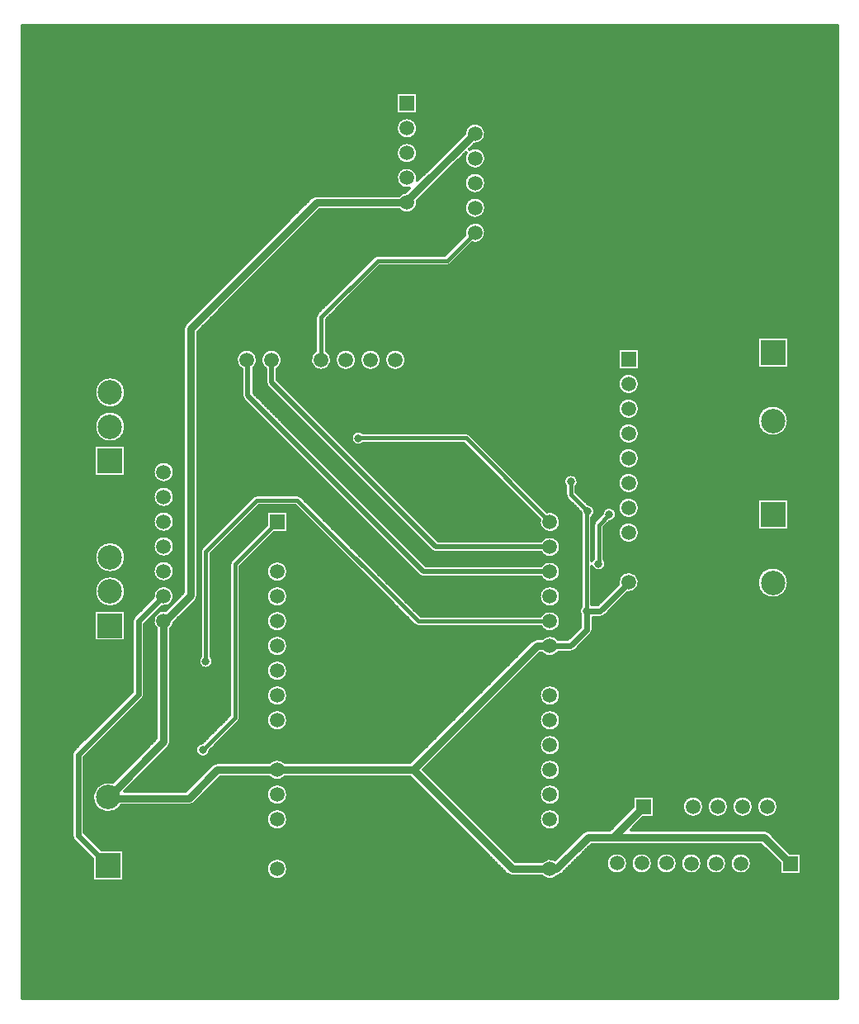
<source format=gbr>
G70*
%FSLAX55Y55*%
%ADD11C,0.03150*%
%ADD12C,0.01969*%
%ADD13C,0.01575*%
%ADD14C,0.02362*%
%ADD15C,0.01200*%
%ADD16R,0.05906X0.05906*%
%ADD17C,0.05906*%
%ADD18R,0.09843X0.09843*%
%ADD19C,0.09843*%
%ADD20C,0.03150*%
D11*
X42184Y72250D02*
X40854Y72250D01*
D12*
X96839Y262605D02*
X97284Y262316D01*
X97284Y248050*
X168241Y177093*
X219319Y177093*
D13*
X238984Y180300D02*
X239034Y180300D01*
X239034Y195950*
X243284Y200200*
D14*
X251091Y172841D02*
X251091Y172606D01*
X239584Y161100*
X234084Y161100*
D12*
X161524Y326030D02*
X161524Y326589D01*
D11*
X161941Y327007D02*
X188460Y353526D01*
D12*
X188878Y353943D02*
X189063Y353943D01*
D11*
X161524Y326030D02*
X125064Y326030D01*
X74234Y275200*
X74234Y167509*
X63276Y156550*
X63276Y157250*
X63276Y156550D02*
X63276Y108451D01*
X41674Y86850*
X40854Y86030*
X41674Y86850D02*
X41674Y85650D01*
X73434Y85650*
X84877Y97093*
X109083Y97093*
X164041Y97093D02*
X109083Y97093D01*
X316406Y59317D02*
X305773Y69950D01*
X244833Y69950*
X257114Y82231*
X244833Y69950D02*
X234784Y69950D01*
X221927Y57093*
X219319Y57093*
X204041Y57093*
X164041Y97093*
X214041Y147093*
X219319Y147093*
D14*
X227577Y147093D01*
X234084Y153600*
X234084Y161100*
D13*
X109102Y197093D02*
X92084Y180075D01*
X92084Y118100*
X79084Y105100*
X234084Y201900D02*
X234084Y161100D01*
X234084Y201900D02*
X234584Y201400D01*
X234084Y201900D02*
X227784Y208200D01*
X227784Y213400*
X189043Y313943D02*
X177750Y302650D01*
X149684Y302650*
X126839Y279804*
X126839Y262605*
X80284Y140900D02*
X80284Y185250D01*
X100934Y205900*
X117284Y205900*
X166091Y157093*
X219319Y157093*
D12*
X219319Y187093D02*
X173241Y187093D01*
X106839Y253496*
X106839Y262605*
D13*
X219319Y197093D02*
X185362Y231050D01*
X141984Y231050*
X141984Y231000*
D14*
X63276Y167250D02*
X53034Y157009D01*
X53034Y127600*
X28684Y103250*
X28684Y70641*
X40854Y58471*
D15*
X06030Y397430D02*
X06030Y04945D01*
X335522Y04945*
X335522Y397430*
X06030Y397430*
X316258Y63666D02*
X320754Y63666D01*
X320754Y54969*
X312057Y54969*
X312057Y59465*
X304542Y66980*
X236015Y66980*
X224033Y54998*
G75*
G02X222556Y54190I-02106J02095*
G02X216143Y54122I-03237J02903*
G01X204041Y54122*
G75*
G02X201935Y54998I00000J02971*
G01X162811Y94122*
X112258Y94122*
G75*
G02X105907Y94122I-03176J02971*
G01X86108Y94122*
X75541Y83555*
G75*
G02X73434Y82680I-02106J02095*
G01X46210Y82680*
G75*
G02X34938Y83816I-05355J03350*
G02X42696Y92072I05917J02214*
G01X60305Y109682*
X60305Y154075*
G75*
G02X64053Y161529I02971J03176*
G01X71264Y168739*
X71264Y275200*
G75*
G02X72140Y277306I02971J-00000*
G01X122958Y328125*
G75*
G02X125064Y329000I02106J-02095*
G01X158348Y329000*
G75*
G02X161090Y330357I03176J-02971*
G01X162534Y331800*
G75*
G02X158448Y339104I-01010J04229*
G02X165753Y335020I03075J-03075*
G01X184715Y353981*
G75*
G02X192262Y356889I04348J-00038*
G02X188742Y349607I-03199J-02945*
G01X186778Y347643*
G75*
G02X192138Y340869I02285J-03700*
G02X185363Y346228I-03075J03075*
G01X165822Y326687*
G75*
G02X158348Y323059I-04299J-00657*
G01X126295Y323059*
X77205Y273970*
X77205Y167509*
G75*
G02X76329Y165402I-02971J00000*
G01X67583Y156657*
G75*
G02X66246Y154075I-04309J00594*
G01X66246Y108451*
G75*
G02X65370Y106345I-02971J00000*
G01X47646Y88620*
X72204Y88620*
X82771Y99188*
G75*
G02X84877Y100063I02106J-02095*
G01X105907Y100063*
G75*
G02X112258Y100063I03176J-02971*
G01X162811Y100063*
X211935Y149188*
G75*
G02X214041Y150063I02106J-02095*
G01X216143Y150063*
G75*
G02X222822Y149670I03176J-02971*
G01X226510Y149670*
X231507Y154667*
X231507Y159622*
G75*
G02X231901Y163114I02577J01478*
G01X231901Y200125*
G75*
G02X231616Y201281I02684J01275*
G01X226244Y206653*
G75*
G02X225601Y208200I01541J01547*
G01X225601Y211386*
G75*
G02X227784Y216370I02183J02014*
G02X229967Y211386I00000J-02971*
G01X229967Y209104*
X234704Y204368*
G75*
G02X236267Y198952I-00119J-02968*
G01X236267Y181501*
G75*
G02X236851Y182367I02718J-01202*
G01X236851Y195950*
G75*
G02X237494Y197497I02183J-00000*
G01X240316Y200319*
G75*
G02X245384Y202301I02968J-00119*
G02X243404Y197232I-02100J-02101*
G01X241217Y195046*
X241217Y182259*
G75*
G02X236267Y179099I-02233J-01959*
G01X236267Y163677*
X238517Y163677*
X246827Y171987*
G75*
G02X254016Y176058I04264J00854*
G02X250644Y168516I-02926J-03217*
G01X241411Y159282*
G75*
G02X239584Y158523I-01827J01818*
G01X236661Y158523*
X236661Y153600*
G75*
G02X235902Y151774I-02577J00000*
G01X229404Y145275*
G75*
G02X227577Y144516I-01827J01818*
G01X222822Y144516*
G75*
G02X216143Y144122I-03503J02577*
G01X215272Y144122*
X168242Y97093*
X205272Y60063*
X216143Y60063*
G75*
G02X221492Y60859I03176J-02971*
G01X232678Y72045*
G75*
G02X234784Y72920I02106J-02095*
G01X243603Y72920*
X252766Y82083*
X252766Y86579*
X261463Y86579*
X261463Y77882*
X256967Y77882*
X252005Y72920*
X305773Y72920*
G75*
G02X307879Y72045I-00000J-02971*
G01X316258Y63666*
X215558Y159276D02*
G75*
G02X223667Y157093I03761J-02183D01*
G02X215558Y154910I-04348J00000*
G01X166091Y154910*
G75*
G02X164545Y155552I00000J02183*
G01X116380Y203717*
X101839Y203717*
X82467Y184346*
X82467Y142914*
G75*
G02X80285Y137930I-02183J-02014*
G02X78101Y142914I-00000J02971*
G01X78101Y185250*
G75*
G02X78744Y186797I02183J-00000*
G01X99388Y207441*
G75*
G02X100934Y208083I01547J-01541*
G01X117284Y208083*
G75*
G02X118831Y207441I-00000J-02183*
G01X166996Y159276*
X215558Y159276*
X215680Y179473D02*
G75*
G02X223667Y177094I03639J-02380D01*
G02X215680Y174713I-04349J-00000*
G01X168252Y174713*
G75*
G02X166558Y175410I-00010J02380*
G01X95601Y246367*
G75*
G02X94904Y248060I01683J01683*
G01X94904Y258710*
G75*
G02X96304Y266920I01934J03895*
G02X99664Y259299I00535J-04316*
G01X99664Y249036*
X169227Y179473*
X215680Y179473*
X62621Y162952D02*
X55611Y155942D01*
X55611Y127600*
G75*
G02X54852Y125774I-02577J00000*
G01X31261Y102183*
X31261Y71708*
X38181Y64788*
X47171Y64788*
X47171Y52154*
X34537Y52154*
X34537Y61144*
X26867Y68814*
G75*
G02X26107Y70641I01818J01827*
G01X26107Y103250*
G75*
G02X26867Y105076I02577J-00000*
G01X50457Y128667*
X50457Y157009*
G75*
G02X51217Y158836I02577J-00000*
G01X58977Y166596*
G75*
G02X66350Y170325I04299J00655*
G02X62621Y162952I-03075J-03075*
G01X215680Y189473D02*
G75*
G02X223667Y187094I03639J-02380D01*
G02X215680Y184713I-04349J-00000*
G01X173252Y184713*
G75*
G02X171558Y185410I-00010J02380*
G01X105156Y251813*
G75*
G02X104459Y253506I01683J01683*
G01X104459Y258965*
G75*
G02X106838Y266953I02380J03639*
G02X109219Y258965I00000J-04349*
G01X109219Y254481*
X174227Y189473*
X215680Y189473*
X107841Y192744D02*
X94267Y179171D01*
X94267Y118100*
G75*
G02X93625Y116553I-02183J00000*
G01X82052Y104981*
G75*
G02X76984Y102999I-02968J00119*
G02X78965Y108068I02100J02101*
G01X89901Y119004*
X89901Y180075*
G75*
G02X90544Y181621I02183J-00000*
G01X104754Y195832*
X104754Y201441*
X113451Y201441*
X113451Y192744*
X107841Y192744*
X187928Y309740D02*
X179297Y301109D01*
G75*
G02X177750Y300467I-01547J01541*
G01X150589Y300467*
X129022Y278900*
X129022Y266365*
G75*
G02X126839Y258256I-02183J-03761*
G02X124656Y266365I00000J04348*
G01X124656Y279804*
G75*
G02X125298Y281351I02183J-00000*
G01X148138Y304191*
G75*
G02X149684Y304833I01547J-01541*
G01X176846Y304833*
X184840Y312828*
G75*
G02X192118Y317018I04203J01116*
G02X187928Y309740I-03075J-03075*
G01X218203Y201296D02*
G75*
G02X222394Y194018I01116J-04203D01*
G02X215116Y198208I-03075J03075*
G01X184458Y228867*
X144052Y228867*
G75*
G02X143943Y233233I-02067J02133*
G01X185362Y233233*
G75*
G02X186908Y232591I-00000J-02183*
G01X218203Y201296*
X35325Y215540D02*
X35325Y228174D01*
X47959Y228174*
X47959Y215540*
X35325Y215540*
X35325Y149004D02*
X35325Y161638D01*
X47959Y161638*
X47959Y149004*
X35325Y149004*
X303041Y193886D02*
X303041Y206520D01*
X315675Y206520*
X315675Y193886*
X303041Y193886*
X303041Y259241D02*
X303041Y271874D01*
X315675Y271874*
X315675Y259241*
X303041Y259241*
X303041Y172644D02*
G75*
G03X315675Y172644I06317J00000D01*
G03X303041Y172644I-06317J00000*
G01X35325Y249416D02*
G75*
G03X47959Y249416I06317J00000D01*
G03X35325Y249416I-06317J00000*
G01X35325Y235636D02*
G75*
G03X47959Y235636I06317J00000D01*
G03X35325Y235636I-06317J00000*
G01X35325Y182880D02*
G75*
G03X47959Y182880I06317J00000D01*
G03X35325Y182880I-06317J00000*
G01X35325Y169101D02*
G75*
G03X47959Y169101I06317J00000D01*
G03X35325Y169101I-06317J00000*
G01X303041Y237998D02*
G75*
G03X315675Y237998I06317J00000D01*
G03X303041Y237998I-06317J00000*
G01X157175Y361681D02*
X157175Y370378D01*
X165872Y370378*
X165872Y361681*
X157175Y361681*
X246742Y258493D02*
X246742Y267189D01*
X255439Y267189*
X255439Y258493*
X246742Y258493*
X214970Y87093D02*
G75*
G03X223667Y87093I04348J00000D01*
G03X214970Y87093I-04348J00000*
G01X104734Y147093D02*
G75*
G03X113431Y147093I04348J00000D01*
G03X104734Y147093I-04348J00000*
G01X157175Y346030D02*
G75*
G03X165872Y346030I04348J00000D01*
G03X157175Y346030I-04348J00000*
G01X282766Y82231D02*
G75*
G03X291463Y82231I04348J00000D01*
G03X282766Y82231I-04348J00000*
G01X152490Y262585D02*
G75*
G03X161187Y262585I04348J00000D01*
G03X152490Y262585I-04348J00000*
G01X104734Y87093D02*
G75*
G03X113431Y87093I04348J00000D01*
G03X104734Y87093I-04348J00000*
G01X246742Y202841D02*
G75*
G03X255439Y202841I04348J00000D01*
G03X246742Y202841I-04348J00000*
G01X104734Y57093D02*
G75*
G03X113431Y57093I04348J00000D01*
G03X104734Y57093I-04348J00000*
G01X104734Y137093D02*
G75*
G03X113431Y137093I04348J00000D01*
G03X104734Y137093I-04348J00000*
G01X104734Y77093D02*
G75*
G03X113431Y77093I04348J00000D01*
G03X104734Y77093I-04348J00000*
G01X104734Y127093D02*
G75*
G03X113431Y127093I04348J00000D01*
G03X104734Y127093I-04348J00000*
G01X157175Y356030D02*
G75*
G03X165872Y356030I04348J00000D01*
G03X157175Y356030I-04348J00000*
G01X104734Y117093D02*
G75*
G03X113431Y117093I04348J00000D01*
G03X104734Y117093I-04348J00000*
G01X184715Y323943D02*
G75*
G03X193411Y323943I04348J00000D01*
G03X184715Y323943I-04348J00000*
G01X58947Y197250D02*
G75*
G03X67644Y197250I04348J00000D01*
G03X58947Y197250I-04348J00000*
G01X214970Y127093D02*
G75*
G03X223667Y127093I04348J00000D01*
G03X214970Y127093I-04348J00000*
G01X58947Y187250D02*
G75*
G03X67644Y187250I04348J00000D01*
G03X58947Y187250I-04348J00000*
G01X132490Y262585D02*
G75*
G03X141187Y262585I04348J00000D01*
G03X132490Y262585I-04348J00000*
G01X246742Y242841D02*
G75*
G03X255439Y242841I04348J00000D01*
G03X246742Y242841I-04348J00000*
G01X104754Y167093D02*
G75*
G03X113451Y167093I04348J00000D01*
G03X104754Y167093I-04348J00000*
G01X214970Y77093D02*
G75*
G03X223667Y77093I04348J00000D01*
G03X214970Y77093I-04348J00000*
G01X104754Y177093D02*
G75*
G03X113451Y177093I04348J00000D01*
G03X104754Y177093I-04348J00000*
G01X58947Y207250D02*
G75*
G03X67644Y207250I04348J00000D01*
G03X58947Y207250I-04348J00000*
G01X262057Y59337D02*
G75*
G03X270754Y59337I04348J00000D01*
G03X262057Y59337I-04348J00000*
G01X214970Y117093D02*
G75*
G03X223667Y117093I04348J00000D01*
G03X214970Y117093I-04348J00000*
G01X246742Y222841D02*
G75*
G03X255439Y222841I04348J00000D01*
G03X246742Y222841I-04348J00000*
G01X104754Y157093D02*
G75*
G03X113451Y157093I04348J00000D01*
G03X104754Y157093I-04348J00000*
G01X246742Y212841D02*
G75*
G03X255439Y212841I04348J00000D01*
G03X246742Y212841I-04348J00000*
G01X302766Y82211D02*
G75*
G03X311463Y82211I04348J00000D01*
G03X302766Y82211I-04348J00000*
G01X58927Y177250D02*
G75*
G03X67624Y177250I04348J00000D01*
G03X58927Y177250I-04348J00000*
G01X292057Y59317D02*
G75*
G03X300754Y59317I04348J00000D01*
G03X292057Y59317I-04348J00000*
G01X214970Y107093D02*
G75*
G03X223667Y107093I04348J00000D01*
G03X214970Y107093I-04348J00000*
G01X292766Y82231D02*
G75*
G03X301463Y82231I04348J00000D01*
G03X292766Y82231I-04348J00000*
G01X214970Y97093D02*
G75*
G03X223667Y97093I04348J00000D01*
G03X214970Y97093I-04348J00000*
G01X246742Y232841D02*
G75*
G03X255439Y232841I04348J00000D01*
G03X246742Y232841I-04348J00000*
G01X142490Y262585D02*
G75*
G03X151187Y262585I04348J00000D01*
G03X142490Y262585I-04348J00000*
G01X246742Y252841D02*
G75*
G03X255439Y252841I04348J00000D01*
G03X246742Y252841I-04348J00000*
G01X272766Y82231D02*
G75*
G03X281463Y82231I04348J00000D01*
G03X272766Y82231I-04348J00000*
G01X184715Y333943D02*
G75*
G03X193411Y333943I04348J00000D01*
G03X184715Y333943I-04348J00000*
G01X272057Y59317D02*
G75*
G03X280754Y59317I04348J00000D01*
G03X272057Y59317I-04348J00000*
G01X246742Y192841D02*
G75*
G03X255439Y192841I04348J00000D01*
G03X246742Y192841I-04348J00000*
G01X58947Y217250D02*
G75*
G03X67644Y217250I04348J00000D01*
G03X58947Y217250I-04348J00000*
G01X214970Y167093D02*
G75*
G03X223667Y167093I04348J00000D01*
G03X214970Y167093I-04348J00000*
G01X252057Y59337D02*
G75*
G03X260754Y59337I04348J00000D01*
G03X252057Y59337I-04348J00000*
G01X242057Y59337D02*
G75*
G03X250754Y59337I04348J00000D01*
G03X242057Y59337I-04348J00000*
G01X282057Y59317D02*
G75*
G03X290754Y59317I04348J00000D01*
G03X282057Y59317I-04348J00000*
G01X06030Y05445D02*
X335522Y05445D01*
X06030Y06545D02*
X335522Y06545D01*
X06030Y07645D02*
X335522Y07645D01*
X06030Y08745D02*
X335522Y08745D01*
X06030Y09845D02*
X335522Y09845D01*
X06030Y10945D02*
X335522Y10945D01*
X06030Y12045D02*
X335522Y12045D01*
X06030Y13145D02*
X335522Y13145D01*
X06030Y14245D02*
X335522Y14245D01*
X06030Y15345D02*
X335522Y15345D01*
X06030Y16445D02*
X335522Y16445D01*
X06030Y17545D02*
X335522Y17545D01*
X06030Y18645D02*
X335522Y18645D01*
X06030Y19745D02*
X335522Y19745D01*
X06030Y20845D02*
X335522Y20845D01*
X06030Y21945D02*
X335522Y21945D01*
X06030Y23045D02*
X335522Y23045D01*
X06030Y24145D02*
X335522Y24145D01*
X06030Y25245D02*
X335522Y25245D01*
X06030Y26345D02*
X335522Y26345D01*
X06030Y27445D02*
X335522Y27445D01*
X06030Y28545D02*
X335522Y28545D01*
X06030Y29645D02*
X335522Y29645D01*
X06030Y30745D02*
X335522Y30745D01*
X06030Y31845D02*
X335522Y31845D01*
X06030Y32945D02*
X335522Y32945D01*
X06030Y34045D02*
X335522Y34045D01*
X06030Y35145D02*
X335522Y35145D01*
X06030Y36245D02*
X335522Y36245D01*
X06030Y37345D02*
X335522Y37345D01*
X06030Y38445D02*
X335522Y38445D01*
X06030Y39545D02*
X335522Y39545D01*
X06030Y40645D02*
X335522Y40645D01*
X06030Y41745D02*
X335522Y41745D01*
X06030Y42845D02*
X335522Y42845D01*
X06030Y43945D02*
X335522Y43945D01*
X06030Y45045D02*
X335522Y45045D01*
X06030Y46145D02*
X335522Y46145D01*
X06030Y47245D02*
X335522Y47245D01*
X06030Y48345D02*
X335522Y48345D01*
X06030Y49445D02*
X335522Y49445D01*
X06030Y50545D02*
X335522Y50545D01*
X06030Y51645D02*
X335522Y51645D01*
X06030Y52745D02*
X34537Y52745D01*
X47171Y52745D02*
X109000Y52745D01*
X109165Y52745D02*
X219238Y52745D01*
X219400Y52745D02*
X335522Y52745D01*
X06030Y53845D02*
X34537Y53845D01*
X47171Y53845D02*
X106191Y53845D01*
X111974Y53845D02*
X216427Y53845D01*
X222211Y53845D02*
X335522Y53845D01*
X06030Y54945D02*
X34537Y54945D01*
X47171Y54945D02*
X105302Y54945D01*
X112864Y54945D02*
X201989Y54945D01*
X223979Y54945D02*
X335522Y54945D01*
X06030Y56045D02*
X34537Y56045D01*
X47171Y56045D02*
X104862Y56045D01*
X113303Y56045D02*
X200888Y56045D01*
X225080Y56045D02*
X243564Y56045D01*
X249247Y56045D02*
X253564Y56045D01*
X259247Y56045D02*
X263564Y56045D01*
X269247Y56045D02*
X273541Y56045D01*
X279270Y56045D02*
X283541Y56045D01*
X289270Y56045D02*
X293541Y56045D01*
X299270Y56045D02*
X312057Y56045D01*
X320754Y56045D02*
X335522Y56045D01*
X06030Y57145D02*
X34537Y57145D01*
X47171Y57145D02*
X104735Y57145D01*
X113431Y57145D02*
X199788Y57145D01*
X226180Y57145D02*
X242650Y57145D01*
X250161Y57145D02*
X252650Y57145D01*
X260161Y57145D02*
X262650Y57145D01*
X270161Y57145D02*
X272638Y57145D01*
X280173Y57145D02*
X282638Y57145D01*
X290173Y57145D02*
X292638Y57145D01*
X300173Y57145D02*
X312057Y57145D01*
X320754Y57145D02*
X335522Y57145D01*
X06030Y58245D02*
X34537Y58245D01*
X47171Y58245D02*
X104890Y58245D01*
X113276Y58245D02*
X198688Y58245D01*
X227280Y58245D02*
X242196Y58245D01*
X250615Y58245D02*
X252196Y58245D01*
X260615Y58245D02*
X262196Y58245D01*
X270615Y58245D02*
X272191Y58245D01*
X280620Y58245D02*
X282191Y58245D01*
X290620Y58245D02*
X292191Y58245D01*
X300620Y58245D02*
X312057Y58245D01*
X320754Y58245D02*
X335522Y58245D01*
X06030Y59345D02*
X34537Y59345D01*
X47171Y59345D02*
X105363Y59345D01*
X112802Y59345D02*
X197588Y59345D01*
X228380Y59345D02*
X242057Y59345D01*
X250754Y59345D02*
X252057Y59345D01*
X260754Y59345D02*
X262057Y59345D01*
X270754Y59345D02*
X272057Y59345D01*
X280754Y59345D02*
X282057Y59345D01*
X290754Y59345D02*
X292057Y59345D01*
X300754Y59345D02*
X312057Y59345D01*
X320754Y59345D02*
X335522Y59345D01*
X06030Y60445D02*
X34537Y60445D01*
X47171Y60445D02*
X106313Y60445D01*
X111852Y60445D02*
X196488Y60445D01*
X204890Y60445D02*
X216549Y60445D01*
X229480Y60445D02*
X242201Y60445D01*
X250610Y60445D02*
X252201Y60445D01*
X260610Y60445D02*
X262201Y60445D01*
X270610Y60445D02*
X272206Y60445D01*
X280605Y60445D02*
X282206Y60445D01*
X290605Y60445D02*
X292206Y60445D01*
X300605Y60445D02*
X311077Y60445D01*
X320754Y60445D02*
X335522Y60445D01*
X06030Y61545D02*
X34136Y61545D01*
X47171Y61545D02*
X195388Y61545D01*
X203790Y61545D02*
X222179Y61545D01*
X230580Y61545D02*
X242660Y61545D01*
X250151Y61545D02*
X252660Y61545D01*
X260151Y61545D02*
X262660Y61545D01*
X270151Y61545D02*
X272671Y61545D01*
X280140Y61545D02*
X282671Y61545D01*
X290140Y61545D02*
X292671Y61545D01*
X300140Y61545D02*
X309977Y61545D01*
X320754Y61545D02*
X335522Y61545D01*
X06030Y62645D02*
X33036Y62645D01*
X47171Y62645D02*
X194288Y62645D01*
X202690Y62645D02*
X223279Y62645D01*
X231680Y62645D02*
X243583Y62645D01*
X249228Y62645D02*
X253583Y62645D01*
X259228Y62645D02*
X263583Y62645D01*
X269228Y62645D02*
X273607Y62645D01*
X279204Y62645D02*
X283607Y62645D01*
X289204Y62645D02*
X293607Y62645D01*
X299204Y62645D02*
X308877Y62645D01*
X320754Y62645D02*
X335522Y62645D01*
X06030Y63745D02*
X31936Y63745D01*
X47171Y63745D02*
X193188Y63745D01*
X201590Y63745D02*
X224379Y63745D01*
X232780Y63745D02*
X307777Y63745D01*
X316178Y63745D02*
X335522Y63745D01*
X06030Y64845D02*
X30836Y64845D01*
X38124Y64845D02*
X192088Y64845D01*
X200490Y64845D02*
X225479Y64845D01*
X233880Y64845D02*
X306677Y64845D01*
X315078Y64845D02*
X335522Y64845D01*
X06030Y65945D02*
X29736Y65945D01*
X37024Y65945D02*
X190988Y65945D01*
X199390Y65945D02*
X226579Y65945D01*
X234980Y65945D02*
X305577Y65945D01*
X313978Y65945D02*
X335522Y65945D01*
X06030Y67045D02*
X28636Y67045D01*
X35924Y67045D02*
X189888Y67045D01*
X198290Y67045D02*
X227679Y67045D01*
X312878Y67045D02*
X335522Y67045D01*
X06030Y68145D02*
X27536Y68145D01*
X34824Y68145D02*
X188788Y68145D01*
X197190Y68145D02*
X228779Y68145D01*
X311778Y68145D02*
X335522Y68145D01*
X06030Y69245D02*
X26518Y69245D01*
X33724Y69245D02*
X187688Y69245D01*
X196090Y69245D02*
X229879Y69245D01*
X310678Y69245D02*
X335522Y69245D01*
X06030Y70345D02*
X26125Y70345D01*
X32624Y70345D02*
X186588Y70345D01*
X194990Y70345D02*
X230979Y70345D01*
X309578Y70345D02*
X335522Y70345D01*
X06030Y71445D02*
X26107Y71445D01*
X31524Y71445D02*
X185488Y71445D01*
X193890Y71445D02*
X232079Y71445D01*
X308478Y71445D02*
X335522Y71445D01*
X06030Y72545D02*
X26107Y72545D01*
X31261Y72545D02*
X184388Y72545D01*
X192790Y72545D02*
X233339Y72545D01*
X307218Y72545D02*
X335522Y72545D01*
X06030Y73645D02*
X26107Y73645D01*
X31261Y73645D02*
X106433Y73645D01*
X111733Y73645D02*
X183288Y73645D01*
X191690Y73645D02*
X216669Y73645D01*
X221969Y73645D02*
X244328Y73645D01*
X252730Y73645D02*
X335522Y73645D01*
X06030Y74745D02*
X26107Y74745D01*
X31261Y74745D02*
X105422Y74745D01*
X112743Y74745D02*
X182188Y74745D01*
X190590Y74745D02*
X215659Y74745D01*
X222979Y74745D02*
X245428Y74745D01*
X253830Y74745D02*
X335522Y74745D01*
X06030Y75845D02*
X26107Y75845D01*
X31261Y75845D02*
X104917Y75845D01*
X113248Y75845D02*
X181088Y75845D01*
X189490Y75845D02*
X215153Y75845D01*
X223484Y75845D02*
X246528Y75845D01*
X254930Y75845D02*
X335522Y75845D01*
X06030Y76945D02*
X26107Y76945D01*
X31261Y76945D02*
X104737Y76945D01*
X113429Y76945D02*
X179988Y76945D01*
X188390Y76945D02*
X214973Y76945D01*
X223665Y76945D02*
X247628Y76945D01*
X256030Y76945D02*
X335522Y76945D01*
X06030Y78045D02*
X26107Y78045D01*
X31261Y78045D02*
X104840Y78045D01*
X113326Y78045D02*
X178888Y78045D01*
X187290Y78045D02*
X215076Y78045D01*
X223562Y78045D02*
X248728Y78045D01*
X261463Y78045D02*
X275935Y78045D01*
X278294Y78045D02*
X285935Y78045D01*
X288294Y78045D02*
X295935Y78045D01*
X298294Y78045D02*
X305867Y78045D01*
X308361Y78045D02*
X335522Y78045D01*
X06030Y79145D02*
X26107Y79145D01*
X31261Y79145D02*
X105249Y79145D01*
X112916Y79145D02*
X177788Y79145D01*
X186190Y79145D02*
X215485Y79145D01*
X223153Y79145D02*
X249828Y79145D01*
X261463Y79145D02*
X274050Y79145D01*
X280178Y79145D02*
X284050Y79145D01*
X290178Y79145D02*
X294050Y79145D01*
X300178Y79145D02*
X304030Y79145D01*
X310198Y79145D02*
X335522Y79145D01*
X06030Y80245D02*
X26107Y80245D01*
X31261Y80245D02*
X38316Y80245D01*
X43392Y80245D02*
X106087Y80245D01*
X112078Y80245D02*
X176688Y80245D01*
X185090Y80245D02*
X216324Y80245D01*
X222314Y80245D02*
X250928Y80245D01*
X261463Y80245D02*
X273245Y80245D01*
X280983Y80245D02*
X283245Y80245D01*
X290983Y80245D02*
X293245Y80245D01*
X300983Y80245D02*
X303235Y80245D01*
X310993Y80245D02*
X335522Y80245D01*
X06030Y81345D02*
X26107Y81345D01*
X31261Y81345D02*
X36617Y81345D01*
X45092Y81345D02*
X108174Y81345D01*
X109992Y81345D02*
X175588Y81345D01*
X183990Y81345D02*
X218410Y81345D01*
X220228Y81345D02*
X252028Y81345D01*
X261463Y81345D02*
X272857Y81345D01*
X281371Y81345D02*
X282857Y81345D01*
X291371Y81345D02*
X292857Y81345D01*
X301371Y81345D02*
X302853Y81345D01*
X311376Y81345D02*
X335522Y81345D01*
X06030Y82445D02*
X26107Y82445D01*
X31261Y82445D02*
X35653Y82445D01*
X46056Y82445D02*
X174488Y82445D01*
X182890Y82445D02*
X252766Y82445D01*
X261463Y82445D02*
X272771Y82445D01*
X281457Y82445D02*
X282771Y82445D01*
X291457Y82445D02*
X292771Y82445D01*
X301457Y82445D02*
X302772Y82445D01*
X311456Y82445D02*
X335522Y82445D01*
X06030Y83545D02*
X26107Y83545D01*
X31261Y83545D02*
X35047Y83545D01*
X75530Y83545D02*
X106568Y83545D01*
X111597Y83545D02*
X173388Y83545D01*
X181790Y83545D02*
X216804Y83545D01*
X221833Y83545D02*
X252766Y83545D01*
X261463Y83545D02*
X272969Y83545D01*
X281259Y83545D02*
X282969Y83545D01*
X291259Y83545D02*
X292969Y83545D01*
X301259Y83545D02*
X302976Y83545D01*
X311253Y83545D02*
X335522Y83545D01*
X06030Y84645D02*
X26107Y84645D01*
X31261Y84645D02*
X34691Y84645D01*
X76630Y84645D02*
X105489Y84645D01*
X112677Y84645D02*
X172288Y84645D01*
X180690Y84645D02*
X215725Y84645D01*
X222913Y84645D02*
X252766Y84645D01*
X261463Y84645D02*
X273498Y84645D01*
X280731Y84645D02*
X283498Y84645D01*
X290731Y84645D02*
X293498Y84645D01*
X300731Y84645D02*
X303511Y84645D01*
X310717Y84645D02*
X335522Y84645D01*
X06030Y85745D02*
X26107Y85745D01*
X31261Y85745D02*
X34544Y85745D01*
X77730Y85745D02*
X104948Y85745D01*
X113217Y85745D02*
X171188Y85745D01*
X179590Y85745D02*
X215185Y85745D01*
X223453Y85745D02*
X252766Y85745D01*
X261463Y85745D02*
X274554Y85745D01*
X279675Y85745D02*
X284554Y85745D01*
X289675Y85745D02*
X294554Y85745D01*
X299675Y85745D02*
X304581Y85745D01*
X309648Y85745D02*
X335522Y85745D01*
X06030Y86845D02*
X26107Y86845D01*
X31261Y86845D02*
X34590Y86845D01*
X78830Y86845D02*
X104741Y86845D01*
X113424Y86845D02*
X170088Y86845D01*
X178490Y86845D02*
X214978Y86845D01*
X223660Y86845D02*
X335522Y86845D01*
X06030Y87945D02*
X26107Y87945D01*
X31261Y87945D02*
X34835Y87945D01*
X79930Y87945D02*
X104819Y87945D01*
X113347Y87945D02*
X168988Y87945D01*
X177390Y87945D02*
X215055Y87945D01*
X223583Y87945D02*
X335522Y87945D01*
X06030Y89045D02*
X26107Y89045D01*
X31261Y89045D02*
X35304Y89045D01*
X48071Y89045D02*
X72629Y89045D01*
X81030Y89045D02*
X105197Y89045D01*
X112968Y89045D02*
X167888Y89045D01*
X176290Y89045D02*
X215433Y89045D01*
X223204Y89045D02*
X335522Y89045D01*
X06030Y90145D02*
X26107Y90145D01*
X31261Y90145D02*
X36062Y90145D01*
X49171Y90145D02*
X73729Y90145D01*
X82130Y90145D02*
X105986Y90145D01*
X112180Y90145D02*
X166788Y90145D01*
X175190Y90145D02*
X216222Y90145D01*
X222416Y90145D02*
X335522Y90145D01*
X06030Y91245D02*
X26107Y91245D01*
X31261Y91245D02*
X37291Y91245D01*
X50271Y91245D02*
X74829Y91245D01*
X83230Y91245D02*
X107792Y91245D01*
X110374Y91245D02*
X165688Y91245D01*
X174090Y91245D02*
X218028Y91245D01*
X220610Y91245D02*
X335522Y91245D01*
X06030Y92345D02*
X26107Y92345D01*
X31261Y92345D02*
X40719Y92345D01*
X40990Y92345D02*
X42969Y92345D01*
X51371Y92345D02*
X75929Y92345D01*
X84330Y92345D02*
X164588Y92345D01*
X172990Y92345D02*
X335522Y92345D01*
X06030Y93445D02*
X26107Y93445D01*
X31261Y93445D02*
X44069Y93445D01*
X52471Y93445D02*
X77029Y93445D01*
X85430Y93445D02*
X106716Y93445D01*
X111450Y93445D02*
X163488Y93445D01*
X171890Y93445D02*
X216952Y93445D01*
X221686Y93445D02*
X335522Y93445D01*
X06030Y94545D02*
X26107Y94545D01*
X31261Y94545D02*
X45169Y94545D01*
X53571Y94545D02*
X78129Y94545D01*
X170790Y94545D02*
X215795Y94545D01*
X222843Y94545D02*
X335522Y94545D01*
X06030Y95645D02*
X26107Y95645D01*
X31261Y95645D02*
X46269Y95645D01*
X54671Y95645D02*
X79229Y95645D01*
X169690Y95645D02*
X215219Y95645D01*
X223419Y95645D02*
X335522Y95645D01*
X06030Y96745D02*
X26107Y96745D01*
X31261Y96745D02*
X47369Y96745D01*
X55771Y96745D02*
X80329Y96745D01*
X168590Y96745D02*
X214984Y96745D01*
X223653Y96745D02*
X335522Y96745D01*
X06030Y97845D02*
X26107Y97845D01*
X31261Y97845D02*
X48469Y97845D01*
X56871Y97845D02*
X81429Y97845D01*
X168995Y97845D02*
X215036Y97845D01*
X223602Y97845D02*
X335522Y97845D01*
X06030Y98945D02*
X26107Y98945D01*
X31261Y98945D02*
X49569Y98945D01*
X57971Y98945D02*
X82529Y98945D01*
X170095Y98945D02*
X215385Y98945D01*
X223253Y98945D02*
X335522Y98945D01*
X06030Y100045D02*
X26107Y100045D01*
X31261Y100045D02*
X50669Y100045D01*
X59071Y100045D02*
X84550Y100045D01*
X171195Y100045D02*
X216126Y100045D01*
X222511Y100045D02*
X335522Y100045D01*
X06030Y101145D02*
X26107Y101145D01*
X31261Y101145D02*
X51769Y101145D01*
X60171Y101145D02*
X107506Y101145D01*
X110659Y101145D02*
X163893Y101145D01*
X172295Y101145D02*
X217742Y101145D01*
X220896Y101145D02*
X335522Y101145D01*
X06030Y102245D02*
X26107Y102245D01*
X31324Y102245D02*
X52869Y102245D01*
X61271Y102245D02*
X78263Y102245D01*
X79905Y102245D02*
X164993Y102245D01*
X173395Y102245D02*
X335522Y102245D01*
X06030Y103345D02*
X26109Y103345D01*
X32424Y103345D02*
X53969Y103345D01*
X62371Y103345D02*
X76687Y103345D01*
X81481Y103345D02*
X166093Y103345D01*
X174495Y103345D02*
X217113Y103345D01*
X221524Y103345D02*
X335522Y103345D01*
X06030Y104445D02*
X26401Y104445D01*
X33524Y104445D02*
X55069Y104445D01*
X63471Y104445D02*
X76187Y104445D01*
X81982Y104445D02*
X167193Y104445D01*
X175595Y104445D02*
X215869Y104445D01*
X222768Y104445D02*
X335522Y104445D01*
X06030Y105545D02*
X27335Y105545D01*
X34624Y105545D02*
X56169Y105545D01*
X64571Y105545D02*
X76147Y105545D01*
X82617Y105545D02*
X168293Y105545D01*
X176695Y105545D02*
X215255Y105545D01*
X223383Y105545D02*
X335522Y105545D01*
X06030Y106645D02*
X28435Y106645D01*
X35724Y106645D02*
X57269Y106645D01*
X65634Y106645D02*
X76548Y106645D01*
X83717Y106645D02*
X169393Y106645D01*
X177795Y106645D02*
X214994Y106645D01*
X223644Y106645D02*
X335522Y106645D01*
X06030Y107745D02*
X29535Y107745D01*
X36824Y107745D02*
X58369Y107745D01*
X66161Y107745D02*
X77733Y107745D01*
X84817Y107745D02*
X170493Y107745D01*
X178895Y107745D02*
X215020Y107745D01*
X223618Y107745D02*
X335522Y107745D01*
X06030Y108845D02*
X30635Y108845D01*
X37924Y108845D02*
X59469Y108845D01*
X66246Y108845D02*
X79742Y108845D01*
X85917Y108845D02*
X171593Y108845D01*
X179995Y108845D02*
X215339Y108845D01*
X223299Y108845D02*
X335522Y108845D01*
X06030Y109945D02*
X31735Y109945D01*
X39024Y109945D02*
X60305Y109945D01*
X66246Y109945D02*
X80842Y109945D01*
X87017Y109945D02*
X172693Y109945D01*
X181095Y109945D02*
X216037Y109945D01*
X222601Y109945D02*
X335522Y109945D01*
X06030Y111045D02*
X32835Y111045D01*
X40124Y111045D02*
X60305Y111045D01*
X66246Y111045D02*
X81942Y111045D01*
X88117Y111045D02*
X173793Y111045D01*
X182195Y111045D02*
X217506Y111045D01*
X221132Y111045D02*
X335522Y111045D01*
X06030Y112145D02*
X33935Y112145D01*
X41224Y112145D02*
X60305Y112145D01*
X66246Y112145D02*
X83042Y112145D01*
X89217Y112145D02*
X174893Y112145D01*
X183295Y112145D02*
X335522Y112145D01*
X06030Y113245D02*
X35035Y113245D01*
X42324Y113245D02*
X60305Y113245D01*
X66246Y113245D02*
X84142Y113245D01*
X90317Y113245D02*
X107057Y113245D01*
X111109Y113245D02*
X175993Y113245D01*
X184395Y113245D02*
X217293Y113245D01*
X221345Y113245D02*
X335522Y113245D01*
X06030Y114345D02*
X36135Y114345D01*
X43424Y114345D02*
X60305Y114345D01*
X66246Y114345D02*
X85242Y114345D01*
X91417Y114345D02*
X105712Y114345D01*
X112453Y114345D02*
X177093Y114345D01*
X185495Y114345D02*
X215949Y114345D01*
X222689Y114345D02*
X335522Y114345D01*
X06030Y115445D02*
X37235Y115445D01*
X44524Y115445D02*
X60305Y115445D01*
X66246Y115445D02*
X86342Y115445D01*
X92517Y115445D02*
X105059Y115445D01*
X113107Y115445D02*
X178193Y115445D01*
X186595Y115445D02*
X215295Y115445D01*
X223343Y115445D02*
X335522Y115445D01*
X06030Y116545D02*
X38335Y116545D01*
X45624Y116545D02*
X60305Y116545D01*
X66246Y116545D02*
X87442Y116545D01*
X93617Y116545D02*
X104769Y116545D01*
X113396Y116545D02*
X179293Y116545D01*
X187695Y116545D02*
X215005Y116545D01*
X223633Y116545D02*
X335522Y116545D01*
X06030Y117645D02*
X39435Y117645D01*
X46724Y117645D02*
X60305Y117645D01*
X66246Y117645D02*
X88542Y117645D01*
X94219Y117645D02*
X104769Y117645D01*
X113396Y117645D02*
X180393Y117645D01*
X188795Y117645D02*
X215006Y117645D01*
X223632Y117645D02*
X335522Y117645D01*
X06030Y118745D02*
X40535Y118745D01*
X47824Y118745D02*
X60305Y118745D01*
X66246Y118745D02*
X89642Y118745D01*
X94267Y118745D02*
X105060Y118745D01*
X113105Y118745D02*
X181493Y118745D01*
X189895Y118745D02*
X215297Y118745D01*
X223341Y118745D02*
X335522Y118745D01*
X06030Y119845D02*
X41635Y119845D01*
X48924Y119845D02*
X60305Y119845D01*
X66246Y119845D02*
X89901Y119845D01*
X94267Y119845D02*
X105716Y119845D01*
X112449Y119845D02*
X182593Y119845D01*
X190995Y119845D02*
X215952Y119845D01*
X222685Y119845D02*
X335522Y119845D01*
X06030Y120945D02*
X42735Y120945D01*
X50024Y120945D02*
X60305Y120945D01*
X66246Y120945D02*
X89901Y120945D01*
X94267Y120945D02*
X107066Y120945D01*
X111100Y120945D02*
X183693Y120945D01*
X192095Y120945D02*
X217302Y120945D01*
X221336Y120945D02*
X335522Y120945D01*
X06030Y122045D02*
X43835Y122045D01*
X51124Y122045D02*
X60305Y122045D01*
X66246Y122045D02*
X89901Y122045D01*
X94267Y122045D02*
X184793Y122045D01*
X193195Y122045D02*
X335522Y122045D01*
X06030Y123145D02*
X44935Y123145D01*
X52224Y123145D02*
X60305Y123145D01*
X66246Y123145D02*
X89901Y123145D01*
X94267Y123145D02*
X107259Y123145D01*
X110906Y123145D02*
X185893Y123145D01*
X194295Y123145D02*
X217495Y123145D01*
X221142Y123145D02*
X335522Y123145D01*
X06030Y124245D02*
X46035Y124245D01*
X53324Y124245D02*
X60305Y124245D01*
X66246Y124245D02*
X89901Y124245D01*
X94267Y124245D02*
X105796Y124245D01*
X112369Y124245D02*
X186993Y124245D01*
X195395Y124245D02*
X216033Y124245D01*
X222605Y124245D02*
X335522Y124245D01*
X06030Y125345D02*
X47135Y125345D01*
X54424Y125345D02*
X60305Y125345D01*
X66246Y125345D02*
X89901Y125345D01*
X94267Y125345D02*
X105101Y125345D01*
X113064Y125345D02*
X188093Y125345D01*
X196495Y125345D02*
X215337Y125345D01*
X223301Y125345D02*
X335522Y125345D01*
X06030Y126445D02*
X48235Y126445D01*
X55338Y126445D02*
X60305Y126445D01*
X66246Y126445D02*
X89901Y126445D01*
X94267Y126445D02*
X104783Y126445D01*
X113383Y126445D02*
X189193Y126445D01*
X197595Y126445D02*
X215019Y126445D01*
X223619Y126445D02*
X335522Y126445D01*
X06030Y127545D02*
X49335Y127545D01*
X55610Y127545D02*
X60305Y127545D01*
X66246Y127545D02*
X89901Y127545D01*
X94267Y127545D02*
X104758Y127545D01*
X113408Y127545D02*
X190293Y127545D01*
X198695Y127545D02*
X214994Y127545D01*
X223644Y127545D02*
X335522Y127545D01*
X06030Y128645D02*
X50435Y128645D01*
X55611Y128645D02*
X60305Y128645D01*
X66246Y128645D02*
X89901Y128645D01*
X94267Y128645D02*
X105021Y128645D01*
X113145Y128645D02*
X191393Y128645D01*
X199795Y128645D02*
X215257Y128645D01*
X223381Y128645D02*
X335522Y128645D01*
X06030Y129745D02*
X50457Y129745D01*
X55611Y129745D02*
X60305Y129745D01*
X66246Y129745D02*
X89901Y129745D01*
X94267Y129745D02*
X105637Y129745D01*
X112529Y129745D02*
X192493Y129745D01*
X200895Y129745D02*
X215873Y129745D01*
X222765Y129745D02*
X335522Y129745D01*
X06030Y130845D02*
X50457Y130845D01*
X55611Y130845D02*
X60305Y130845D01*
X66246Y130845D02*
X89901Y130845D01*
X94267Y130845D02*
X106885Y130845D01*
X111280Y130845D02*
X193593Y130845D01*
X201995Y130845D02*
X217121Y130845D01*
X221516Y130845D02*
X335522Y130845D01*
X06030Y131945D02*
X50457Y131945D01*
X55611Y131945D02*
X60305Y131945D01*
X66246Y131945D02*
X89901Y131945D01*
X94267Y131945D02*
X194693Y131945D01*
X203095Y131945D02*
X335522Y131945D01*
X06030Y133045D02*
X50457Y133045D01*
X55611Y133045D02*
X60305Y133045D01*
X66246Y133045D02*
X89901Y133045D01*
X94267Y133045D02*
X107494Y133045D01*
X110672Y133045D02*
X195793Y133045D01*
X204195Y133045D02*
X335522Y133045D01*
X06030Y134145D02*
X50457Y134145D01*
X55611Y134145D02*
X60305Y134145D01*
X66246Y134145D02*
X89901Y134145D01*
X94267Y134145D02*
X105886Y134145D01*
X112280Y134145D02*
X196893Y134145D01*
X205295Y134145D02*
X335522Y134145D01*
X06030Y135245D02*
X50457Y135245D01*
X55611Y135245D02*
X60305Y135245D01*
X66246Y135245D02*
X89901Y135245D01*
X94267Y135245D02*
X105146Y135245D01*
X113019Y135245D02*
X197993Y135245D01*
X206395Y135245D02*
X335522Y135245D01*
X06030Y136345D02*
X50457Y136345D01*
X55611Y136345D02*
X60305Y136345D01*
X66246Y136345D02*
X89901Y136345D01*
X94267Y136345D02*
X104799Y136345D01*
X113366Y136345D02*
X199093Y136345D01*
X207495Y136345D02*
X335522Y136345D01*
X06030Y137445D02*
X50457Y137445D01*
X55611Y137445D02*
X60305Y137445D01*
X66246Y137445D02*
X89901Y137445D01*
X94267Y137445D02*
X104749Y137445D01*
X113417Y137445D02*
X200193Y137445D01*
X208595Y137445D02*
X335522Y137445D01*
X06030Y138545D02*
X50457Y138545D01*
X55611Y138545D02*
X60305Y138545D01*
X66246Y138545D02*
X78474Y138545D01*
X82095Y138545D02*
X89901Y138545D01*
X94267Y138545D02*
X104984Y138545D01*
X113181Y138545D02*
X201293Y138545D01*
X209695Y138545D02*
X335522Y138545D01*
X06030Y139645D02*
X50457Y139645D01*
X55611Y139645D02*
X60305Y139645D01*
X66246Y139645D02*
X77592Y139645D01*
X82977Y139645D02*
X89901Y139645D01*
X94267Y139645D02*
X105562Y139645D01*
X112603Y139645D02*
X202393Y139645D01*
X210795Y139645D02*
X335522Y139645D01*
X06030Y140745D02*
X50457Y140745D01*
X55611Y140745D02*
X60305Y140745D01*
X66246Y140745D02*
X77318Y140745D01*
X83251Y140745D02*
X89901Y140745D01*
X94267Y140745D02*
X106723Y140745D01*
X111443Y140745D02*
X203493Y140745D01*
X211895Y140745D02*
X335522Y140745D01*
X06030Y141845D02*
X50457Y141845D01*
X55611Y141845D02*
X60305Y141845D01*
X66246Y141845D02*
X77468Y141845D01*
X83100Y141845D02*
X89901Y141845D01*
X94267Y141845D02*
X204593Y141845D01*
X212995Y141845D02*
X335522Y141845D01*
X06030Y142945D02*
X50457Y142945D01*
X55611Y142945D02*
X60305Y142945D01*
X66246Y142945D02*
X78101Y142945D01*
X82467Y142945D02*
X89901Y142945D01*
X94267Y142945D02*
X107777Y142945D01*
X110389Y142945D02*
X205693Y142945D01*
X214095Y142945D02*
X218013Y142945D01*
X220624Y142945D02*
X335522Y142945D01*
X06030Y144045D02*
X50457Y144045D01*
X55611Y144045D02*
X60305Y144045D01*
X66246Y144045D02*
X78101Y144045D01*
X82467Y144045D02*
X89901Y144045D01*
X94267Y144045D02*
X105981Y144045D01*
X112184Y144045D02*
X206793Y144045D01*
X215195Y144045D02*
X216217Y144045D01*
X222421Y144045D02*
X335522Y144045D01*
X06030Y145145D02*
X50457Y145145D01*
X55611Y145145D02*
X60305Y145145D01*
X66246Y145145D02*
X78101Y145145D01*
X82467Y145145D02*
X89901Y145145D01*
X94267Y145145D02*
X105195Y145145D01*
X112971Y145145D02*
X207893Y145145D01*
X229264Y145145D02*
X335522Y145145D01*
X06030Y146245D02*
X50457Y146245D01*
X55611Y146245D02*
X60305Y146245D01*
X66246Y146245D02*
X78101Y146245D01*
X82467Y146245D02*
X89901Y146245D01*
X94267Y146245D02*
X104818Y146245D01*
X113348Y146245D02*
X208993Y146245D01*
X230374Y146245D02*
X335522Y146245D01*
X06030Y147345D02*
X50457Y147345D01*
X55611Y147345D02*
X60305Y147345D01*
X66246Y147345D02*
X78101Y147345D01*
X82467Y147345D02*
X89901Y147345D01*
X94267Y147345D02*
X104742Y147345D01*
X113424Y147345D02*
X210093Y147345D01*
X231474Y147345D02*
X335522Y147345D01*
X06030Y148445D02*
X50457Y148445D01*
X55611Y148445D02*
X60305Y148445D01*
X66246Y148445D02*
X78101Y148445D01*
X82467Y148445D02*
X89901Y148445D01*
X94267Y148445D02*
X104950Y148445D01*
X113215Y148445D02*
X211193Y148445D01*
X232574Y148445D02*
X335522Y148445D01*
X06030Y149545D02*
X35325Y149545D01*
X47959Y149545D02*
X50457Y149545D01*
X55611Y149545D02*
X60305Y149545D01*
X66246Y149545D02*
X78101Y149545D01*
X82467Y149545D02*
X89901Y149545D01*
X94267Y149545D02*
X105492Y149545D01*
X112674Y149545D02*
X212365Y149545D01*
X233674Y149545D02*
X335522Y149545D01*
X06030Y150645D02*
X35325Y150645D01*
X47959Y150645D02*
X50457Y150645D01*
X55611Y150645D02*
X60305Y150645D01*
X66246Y150645D02*
X78101Y150645D01*
X82467Y150645D02*
X89901Y150645D01*
X94267Y150645D02*
X106575Y150645D01*
X111591Y150645D02*
X216811Y150645D01*
X221827Y150645D02*
X227485Y150645D01*
X234774Y150645D02*
X335522Y150645D01*
X06030Y151745D02*
X35325Y151745D01*
X47959Y151745D02*
X50457Y151745D01*
X55611Y151745D02*
X60305Y151745D01*
X66246Y151745D02*
X78101Y151745D01*
X82467Y151745D02*
X89901Y151745D01*
X94267Y151745D02*
X228585Y151745D01*
X235874Y151745D02*
X335522Y151745D01*
X06030Y152845D02*
X35325Y152845D01*
X47959Y152845D02*
X50457Y152845D01*
X55611Y152845D02*
X60305Y152845D01*
X66246Y152845D02*
X78101Y152845D01*
X82467Y152845D02*
X89901Y152845D01*
X94267Y152845D02*
X108172Y152845D01*
X110033Y152845D02*
X218389Y152845D01*
X220249Y152845D02*
X229685Y152845D01*
X236548Y152845D02*
X335522Y152845D01*
X06030Y153945D02*
X35325Y153945D01*
X47959Y153945D02*
X50457Y153945D01*
X55611Y153945D02*
X60305Y153945D01*
X66246Y153945D02*
X78101Y153945D01*
X82467Y153945D02*
X89901Y153945D01*
X94267Y153945D02*
X106102Y153945D01*
X112103Y153945D02*
X216319Y153945D01*
X222319Y153945D02*
X230785Y153945D01*
X236661Y153945D02*
X335522Y153945D01*
X06030Y155045D02*
X35325Y155045D01*
X47959Y155045D02*
X50457Y155045D01*
X55611Y155045D02*
X59528Y155045D01*
X67023Y155045D02*
X78101Y155045D01*
X82467Y155045D02*
X89901Y155045D01*
X94267Y155045D02*
X105266Y155045D01*
X112939Y155045D02*
X165334Y155045D01*
X223155Y155045D02*
X231507Y155045D01*
X236661Y155045D02*
X335522Y155045D01*
X06030Y156145D02*
X35325Y156145D01*
X47959Y156145D02*
X50457Y156145D01*
X55815Y156145D02*
X59070Y156145D01*
X67481Y156145D02*
X78101Y156145D01*
X82467Y156145D02*
X89901Y156145D01*
X94267Y156145D02*
X104858Y156145D01*
X113346Y156145D02*
X163952Y156145D01*
X223563Y156145D02*
X231507Y156145D01*
X236661Y156145D02*
X335522Y156145D01*
X06030Y157245D02*
X35325Y157245D01*
X47959Y157245D02*
X50468Y157245D01*
X56915Y157245D02*
X58927Y157245D01*
X68172Y157245D02*
X78101Y157245D01*
X82467Y157245D02*
X89901Y157245D01*
X94267Y157245D02*
X104757Y157245D01*
X113448Y157245D02*
X162852Y157245D01*
X223665Y157245D02*
X231507Y157245D01*
X236661Y157245D02*
X335522Y157245D01*
X06030Y158345D02*
X35325Y158345D01*
X47959Y158345D02*
X50831Y158345D01*
X58015Y158345D02*
X59067Y158345D01*
X69272Y158345D02*
X78101Y158345D01*
X82467Y158345D02*
X89901Y158345D01*
X94267Y158345D02*
X104938Y158345D01*
X113267Y158345D02*
X161752Y158345D01*
X223483Y158345D02*
X231507Y158345D01*
X236661Y158345D02*
X335522Y158345D01*
X06030Y159445D02*
X35325Y159445D01*
X47959Y159445D02*
X51826Y159445D01*
X59115Y159445D02*
X59522Y159445D01*
X70372Y159445D02*
X78101Y159445D01*
X82467Y159445D02*
X89901Y159445D01*
X94267Y159445D02*
X105445Y159445D01*
X112760Y159445D02*
X160652Y159445D01*
X166826Y159445D02*
X215662Y159445D01*
X222976Y159445D02*
X231507Y159445D01*
X241574Y159445D02*
X335522Y159445D01*
X06030Y160545D02*
X35325Y160545D01*
X47959Y160545D02*
X52926Y160545D01*
X60215Y160545D02*
X60438Y160545D01*
X71472Y160545D02*
X78101Y160545D01*
X82467Y160545D02*
X89901Y160545D01*
X94267Y160545D02*
X106459Y160545D01*
X111746Y160545D02*
X159552Y160545D01*
X165726Y160545D02*
X216675Y160545D01*
X221963Y160545D02*
X231166Y160545D01*
X242674Y160545D02*
X335522Y160545D01*
X06030Y161645D02*
X54026Y161645D01*
X61315Y161645D02*
X64170Y161645D01*
X72572Y161645D02*
X78101Y161645D01*
X82467Y161645D02*
X89901Y161645D01*
X94267Y161645D02*
X158452Y161645D01*
X164626Y161645D02*
X231164Y161645D01*
X243774Y161645D02*
X335522Y161645D01*
X06030Y162745D02*
X55126Y162745D01*
X62415Y162745D02*
X65270Y162745D01*
X73672Y162745D02*
X78101Y162745D01*
X82467Y162745D02*
X89901Y162745D01*
X94267Y162745D02*
X109020Y162745D01*
X109185Y162745D02*
X157352Y162745D01*
X163526Y162745D02*
X219236Y162745D01*
X219402Y162745D02*
X231611Y162745D01*
X244874Y162745D02*
X335522Y162745D01*
X06030Y163845D02*
X38137Y163845D01*
X45146Y163845D02*
X56226Y163845D01*
X65980Y163845D02*
X66370Y163845D01*
X74772Y163845D02*
X78101Y163845D01*
X82467Y163845D02*
X89901Y163845D01*
X94267Y163845D02*
X106211Y163845D01*
X111994Y163845D02*
X156252Y163845D01*
X162426Y163845D02*
X216427Y163845D01*
X222211Y163845D02*
X231901Y163845D01*
X236267Y163845D02*
X238685Y163845D01*
X245974Y163845D02*
X335522Y163845D01*
X06030Y164945D02*
X36884Y164945D01*
X46399Y164945D02*
X57326Y164945D01*
X66962Y164945D02*
X67470Y164945D01*
X75872Y164945D02*
X78101Y164945D01*
X82467Y164945D02*
X89901Y164945D01*
X94267Y164945D02*
X105321Y164945D01*
X112883Y164945D02*
X155152Y164945D01*
X161326Y164945D02*
X215538Y164945D01*
X223100Y164945D02*
X231901Y164945D01*
X236267Y164945D02*
X239785Y164945D01*
X247074Y164945D02*
X335522Y164945D01*
X06030Y166045D02*
X36113Y166045D01*
X47171Y166045D02*
X58426Y166045D01*
X67453Y166045D02*
X68570Y166045D01*
X76819Y166045D02*
X78101Y166045D01*
X82467Y166045D02*
X89901Y166045D01*
X94267Y166045D02*
X104882Y166045D01*
X113323Y166045D02*
X154052Y166045D01*
X160226Y166045D02*
X215099Y166045D01*
X223539Y166045D02*
X231901Y166045D01*
X236267Y166045D02*
X240885Y166045D01*
X248174Y166045D02*
X335522Y166045D01*
X06030Y167145D02*
X35635Y167145D01*
X47648Y167145D02*
X58928Y167145D01*
X67623Y167145D02*
X69670Y167145D01*
X77182Y167145D02*
X78101Y167145D01*
X82467Y167145D02*
X89901Y167145D01*
X94267Y167145D02*
X104754Y167145D01*
X113450Y167145D02*
X152952Y167145D01*
X159126Y167145D02*
X214971Y167145D01*
X223667Y167145D02*
X231901Y167145D01*
X236267Y167145D02*
X241985Y167145D01*
X249274Y167145D02*
X306249Y167145D01*
X312467Y167145D02*
X335522Y167145D01*
X06030Y168245D02*
X35383Y168245D01*
X47900Y168245D02*
X59043Y168245D01*
X67509Y168245D02*
X70770Y168245D01*
X77205Y168245D02*
X78101Y168245D01*
X82467Y168245D02*
X89901Y168245D01*
X94267Y168245D02*
X104909Y168245D01*
X113295Y168245D02*
X151852Y168245D01*
X158026Y168245D02*
X215126Y168245D01*
X223512Y168245D02*
X231901Y168245D01*
X236267Y168245D02*
X243085Y168245D01*
X250374Y168245D02*
X304825Y168245D01*
X313892Y168245D02*
X335522Y168245D01*
X06030Y169345D02*
X35330Y169345D01*
X47954Y169345D02*
X59465Y169345D01*
X67086Y169345D02*
X71264Y169345D01*
X77205Y169345D02*
X78101Y169345D01*
X82467Y169345D02*
X89901Y169345D01*
X94267Y169345D02*
X105383Y169345D01*
X112822Y169345D02*
X150752Y169345D01*
X156926Y169345D02*
X215599Y169345D01*
X223039Y169345D02*
X231901Y169345D01*
X236267Y169345D02*
X244185Y169345D01*
X253677Y169345D02*
X303971Y169345D01*
X314745Y169345D02*
X335522Y169345D01*
X06030Y170445D02*
X35470Y170445D01*
X47814Y170445D02*
X60326Y170445D01*
X66225Y170445D02*
X71264Y170445D01*
X77205Y170445D02*
X78101Y170445D01*
X82467Y170445D02*
X89901Y170445D01*
X94267Y170445D02*
X106333Y170445D01*
X111872Y170445D02*
X149652Y170445D01*
X155826Y170445D02*
X216549Y170445D01*
X222088Y170445D02*
X231901Y170445D01*
X236267Y170445D02*
X245285Y170445D01*
X254719Y170445D02*
X303436Y170445D01*
X315280Y170445D02*
X335522Y170445D01*
X06030Y171545D02*
X35817Y171545D01*
X47466Y171545D02*
X62595Y171545D01*
X63956Y171545D02*
X71264Y171545D01*
X77205Y171545D02*
X78101Y171545D01*
X82467Y171545D02*
X89901Y171545D01*
X94267Y171545D02*
X148552Y171545D01*
X154726Y171545D02*
X231901Y171545D01*
X236267Y171545D02*
X246385Y171545D01*
X255241Y171545D02*
X303138Y171545D01*
X315579Y171545D02*
X335522Y171545D01*
X06030Y172645D02*
X36413Y172645D01*
X46871Y172645D02*
X71264Y172645D01*
X77205Y172645D02*
X78101Y172645D01*
X82467Y172645D02*
X89901Y172645D01*
X94267Y172645D02*
X147452Y172645D01*
X153626Y172645D02*
X231901Y172645D01*
X236267Y172645D02*
X246747Y172645D01*
X255434Y172645D02*
X303041Y172645D01*
X315675Y172645D02*
X335522Y172645D01*
X06030Y173745D02*
X37360Y173745D01*
X45923Y173745D02*
X60702Y173745D01*
X65849Y173745D02*
X71264Y173745D01*
X77205Y173745D02*
X78101Y173745D01*
X82467Y173745D02*
X89901Y173745D01*
X94267Y173745D02*
X106327Y173745D01*
X111878Y173745D02*
X146352Y173745D01*
X152526Y173745D02*
X216544Y173745D01*
X222094Y173745D02*
X231901Y173745D01*
X236267Y173745D02*
X246837Y173745D01*
X255344Y173745D02*
X303138Y173745D01*
X315578Y173745D02*
X335522Y173745D01*
X06030Y174845D02*
X39014Y174845D01*
X44269Y174845D02*
X59653Y174845D01*
X66898Y174845D02*
X71264Y174845D01*
X77205Y174845D02*
X78101Y174845D01*
X82467Y174845D02*
X89901Y174845D01*
X94267Y174845D02*
X105380Y174845D01*
X112825Y174845D02*
X145252Y174845D01*
X151426Y174845D02*
X167459Y174845D01*
X223041Y174845D02*
X231901Y174845D01*
X236267Y174845D02*
X247232Y174845D01*
X254949Y174845D02*
X303437Y174845D01*
X315279Y174845D02*
X335522Y174845D01*
X06030Y175945D02*
X59128Y175945D01*
X67424Y175945D02*
X71264Y175945D01*
X77205Y175945D02*
X78101Y175945D01*
X82467Y175945D02*
X89901Y175945D01*
X94267Y175945D02*
X104908Y175945D01*
X113297Y175945D02*
X144152Y175945D01*
X150326Y175945D02*
X166023Y175945D01*
X223513Y175945D02*
X231901Y175945D01*
X236267Y175945D02*
X248046Y175945D01*
X254136Y175945D02*
X303973Y175945D01*
X314744Y175945D02*
X335522Y175945D01*
X06030Y177045D02*
X39222Y177045D01*
X44062Y177045D02*
X58932Y177045D01*
X67619Y177045D02*
X71264Y177045D01*
X77205Y177045D02*
X78101Y177045D01*
X82467Y177045D02*
X89901Y177045D01*
X94267Y177045D02*
X104754Y177045D01*
X113451Y177045D02*
X143052Y177045D01*
X149226Y177045D02*
X164923Y177045D01*
X223667Y177045D02*
X231901Y177045D01*
X236267Y177045D02*
X249980Y177045D01*
X252201Y177045D02*
X304827Y177045D01*
X313890Y177045D02*
X335522Y177045D01*
X06030Y178145D02*
X37460Y178145D01*
X45823Y178145D02*
X59020Y178145D01*
X67531Y178145D02*
X71264Y178145D01*
X77205Y178145D02*
X78101Y178145D01*
X82467Y178145D02*
X89901Y178145D01*
X94267Y178145D02*
X104883Y178145D01*
X113322Y178145D02*
X141952Y178145D01*
X148126Y178145D02*
X163823Y178145D01*
X223538Y178145D02*
X231901Y178145D01*
X236267Y178145D02*
X236940Y178145D01*
X241029Y178145D02*
X306253Y178145D01*
X312463Y178145D02*
X335522Y178145D01*
X06030Y179245D02*
X36475Y179245D01*
X46808Y179245D02*
X59412Y179245D01*
X67139Y179245D02*
X71264Y179245D01*
X77205Y179245D02*
X78101Y179245D01*
X82467Y179245D02*
X89901Y179245D01*
X94342Y179245D02*
X105324Y179245D01*
X112881Y179245D02*
X140852Y179245D01*
X147026Y179245D02*
X162723Y179245D01*
X223097Y179245D02*
X231901Y179245D01*
X241761Y179245D02*
X335522Y179245D01*
X06030Y180345D02*
X35856Y180345D01*
X47428Y180345D02*
X60221Y180345D01*
X66330Y180345D02*
X71264Y180345D01*
X77205Y180345D02*
X78101Y180345D01*
X82467Y180345D02*
X89918Y180345D01*
X95442Y180345D02*
X106216Y180345D01*
X111989Y180345D02*
X139752Y180345D01*
X145926Y180345D02*
X161623Y180345D01*
X168355Y180345D02*
X216433Y180345D01*
X222205Y180345D02*
X231901Y180345D01*
X241954Y180345D02*
X335522Y180345D01*
X06030Y181445D02*
X35490Y181445D01*
X47794Y181445D02*
X62130Y181445D01*
X64421Y181445D02*
X71264Y181445D01*
X77205Y181445D02*
X78101Y181445D01*
X82467Y181445D02*
X90385Y181445D01*
X96542Y181445D02*
X138652Y181445D01*
X144826Y181445D02*
X160523Y181445D01*
X167255Y181445D02*
X231901Y181445D01*
X241725Y181445D02*
X335522Y181445D01*
X06030Y182545D02*
X35334Y182545D01*
X47950Y182545D02*
X71264Y182545D01*
X77205Y182545D02*
X78101Y182545D01*
X82467Y182545D02*
X91467Y182545D01*
X97642Y182545D02*
X137552Y182545D01*
X143726Y182545D02*
X159423Y182545D01*
X166155Y182545D02*
X231901Y182545D01*
X236267Y182545D02*
X236851Y182545D01*
X241217Y182545D02*
X335522Y182545D01*
X06030Y183645D02*
X35371Y183645D01*
X47912Y183645D02*
X60864Y183645D01*
X65727Y183645D02*
X71264Y183645D01*
X77205Y183645D02*
X78101Y183645D01*
X82467Y183645D02*
X92567Y183645D01*
X98742Y183645D02*
X136452Y183645D01*
X142626Y183645D02*
X158323Y183645D01*
X165055Y183645D02*
X216669Y183645D01*
X221969Y183645D02*
X231901Y183645D01*
X236267Y183645D02*
X236851Y183645D01*
X241217Y183645D02*
X335522Y183645D01*
X06030Y184745D02*
X35606Y184745D01*
X47677Y184745D02*
X59741Y184745D01*
X66850Y184745D02*
X71264Y184745D01*
X77205Y184745D02*
X78101Y184745D01*
X82867Y184745D02*
X93667Y184745D01*
X99842Y184745D02*
X135352Y184745D01*
X141526Y184745D02*
X157223Y184745D01*
X163955Y184745D02*
X172850Y184745D01*
X222979Y184745D02*
X231901Y184745D01*
X236267Y184745D02*
X236851Y184745D01*
X241217Y184745D02*
X335522Y184745D01*
X06030Y185845D02*
X36064Y185845D01*
X47220Y185845D02*
X59180Y185845D01*
X67410Y185845D02*
X71264Y185845D01*
X77205Y185845D02*
X78184Y185845D01*
X83967Y185845D02*
X94767Y185845D01*
X100942Y185845D02*
X134252Y185845D01*
X140426Y185845D02*
X156123Y185845D01*
X162855Y185845D02*
X171123Y185845D01*
X223484Y185845D02*
X231901Y185845D01*
X236267Y185845D02*
X236851Y185845D01*
X241217Y185845D02*
X335522Y185845D01*
X06030Y186945D02*
X36806Y186945D01*
X46477Y186945D02*
X58958Y186945D01*
X67633Y186945D02*
X71264Y186945D01*
X77205Y186945D02*
X78892Y186945D01*
X85067Y186945D02*
X95867Y186945D01*
X102042Y186945D02*
X133152Y186945D01*
X139326Y186945D02*
X155023Y186945D01*
X161755Y186945D02*
X170023Y186945D01*
X223665Y186945D02*
X231901Y186945D01*
X236267Y186945D02*
X236851Y186945D01*
X241217Y186945D02*
X335522Y186945D01*
X06030Y188045D02*
X38005Y188045D01*
X45279Y188045D02*
X59020Y188045D01*
X67570Y188045D02*
X71264Y188045D01*
X77205Y188045D02*
X79992Y188045D01*
X86167Y188045D02*
X96967Y188045D01*
X103142Y188045D02*
X132052Y188045D01*
X138226Y188045D02*
X153923Y188045D01*
X160655Y188045D02*
X168923Y188045D01*
X223562Y188045D02*
X231901Y188045D01*
X236267Y188045D02*
X236851Y188045D01*
X241217Y188045D02*
X335522Y188045D01*
X06030Y189145D02*
X40833Y189145D01*
X42450Y189145D02*
X59381Y189145D01*
X67209Y189145D02*
X71264Y189145D01*
X77205Y189145D02*
X81092Y189145D01*
X87267Y189145D02*
X98067Y189145D01*
X104242Y189145D02*
X130952Y189145D01*
X137126Y189145D02*
X152823Y189145D01*
X159555Y189145D02*
X167823Y189145D01*
X223153Y189145D02*
X231901Y189145D01*
X236267Y189145D02*
X236851Y189145D01*
X241217Y189145D02*
X248799Y189145D01*
X253382Y189145D02*
X335522Y189145D01*
X06030Y190245D02*
X60143Y190245D01*
X66448Y190245D02*
X71264Y190245D01*
X77205Y190245D02*
X82192Y190245D01*
X88367Y190245D02*
X99167Y190245D01*
X105342Y190245D02*
X129852Y190245D01*
X136026Y190245D02*
X151723Y190245D01*
X158455Y190245D02*
X166723Y190245D01*
X173455Y190245D02*
X216324Y190245D01*
X222314Y190245D02*
X231901Y190245D01*
X236267Y190245D02*
X236851Y190245D01*
X241217Y190245D02*
X247602Y190245D01*
X254579Y190245D02*
X335522Y190245D01*
X06030Y191345D02*
X61832Y191345D01*
X64758Y191345D02*
X71264Y191345D01*
X77205Y191345D02*
X83292Y191345D01*
X89467Y191345D02*
X100267Y191345D01*
X106442Y191345D02*
X128752Y191345D01*
X134926Y191345D02*
X150623Y191345D01*
X157355Y191345D02*
X165623Y191345D01*
X172355Y191345D02*
X218410Y191345D01*
X220228Y191345D02*
X231901Y191345D01*
X236267Y191345D02*
X236851Y191345D01*
X241217Y191345D02*
X247007Y191345D01*
X255174Y191345D02*
X335522Y191345D01*
X06030Y192445D02*
X71264Y192445D01*
X77205Y192445D02*
X84392Y192445D01*
X90567Y192445D02*
X101367Y192445D01*
X107542Y192445D02*
X127652Y192445D01*
X133826Y192445D02*
X149523Y192445D01*
X156255Y192445D02*
X164523Y192445D01*
X171255Y192445D02*
X231901Y192445D01*
X236267Y192445D02*
X236851Y192445D01*
X241217Y192445D02*
X246760Y192445D01*
X255421Y192445D02*
X335522Y192445D01*
X06030Y193545D02*
X61019Y193545D01*
X65571Y193545D02*
X71264Y193545D01*
X77205Y193545D02*
X85492Y193545D01*
X91667Y193545D02*
X102467Y193545D01*
X113451Y193545D02*
X126552Y193545D01*
X132726Y193545D02*
X148423Y193545D01*
X155155Y193545D02*
X163423Y193545D01*
X170155Y193545D02*
X216805Y193545D01*
X221833Y193545D02*
X231901Y193545D01*
X236267Y193545D02*
X236851Y193545D01*
X241217Y193545D02*
X246800Y193545D01*
X255382Y193545D02*
X335522Y193545D01*
X06030Y194645D02*
X59814Y194645D01*
X66777Y194645D02*
X71264Y194645D01*
X77205Y194645D02*
X86592Y194645D01*
X92767Y194645D02*
X103567Y194645D01*
X113451Y194645D02*
X125452Y194645D01*
X131626Y194645D02*
X147323Y194645D01*
X154055Y194645D02*
X162323Y194645D01*
X169055Y194645D02*
X215725Y194645D01*
X222913Y194645D02*
X231901Y194645D01*
X236267Y194645D02*
X236851Y194645D01*
X241217Y194645D02*
X247134Y194645D01*
X255047Y194645D02*
X303041Y194645D01*
X315675Y194645D02*
X335522Y194645D01*
X06030Y195745D02*
X59216Y195745D01*
X67375Y195745D02*
X71264Y195745D01*
X77205Y195745D02*
X87692Y195745D01*
X93867Y195745D02*
X104667Y195745D01*
X113451Y195745D02*
X124352Y195745D01*
X130526Y195745D02*
X146223Y195745D01*
X152955Y195745D02*
X161223Y195745D01*
X167955Y195745D02*
X215185Y195745D01*
X223453Y195745D02*
X231901Y195745D01*
X236267Y195745D02*
X236851Y195745D01*
X241917Y195745D02*
X247854Y195745D01*
X254327Y195745D02*
X303041Y195745D01*
X315675Y195745D02*
X335522Y195745D01*
X06030Y196845D02*
X58966Y196845D01*
X67625Y196845D02*
X71264Y196845D01*
X77205Y196845D02*
X88792Y196845D01*
X94967Y196845D02*
X104754Y196845D01*
X113451Y196845D02*
X123252Y196845D01*
X129426Y196845D02*
X145123Y196845D01*
X151855Y196845D02*
X160123Y196845D01*
X166855Y196845D02*
X214978Y196845D01*
X223660Y196845D02*
X231901Y196845D01*
X236267Y196845D02*
X237043Y196845D01*
X243017Y196845D02*
X249395Y196845D01*
X252786Y196845D02*
X303041Y196845D01*
X315675Y196845D02*
X335522Y196845D01*
X06030Y197945D02*
X59003Y197945D01*
X67588Y197945D02*
X71264Y197945D01*
X77205Y197945D02*
X89892Y197945D01*
X96067Y197945D02*
X104754Y197945D01*
X113451Y197945D02*
X122152Y197945D01*
X128326Y197945D02*
X144023Y197945D01*
X150755Y197945D02*
X159023Y197945D01*
X165755Y197945D02*
X215055Y197945D01*
X223583Y197945D02*
X231901Y197945D01*
X236267Y197945D02*
X237942Y197945D01*
X245218Y197945D02*
X303041Y197945D01*
X315675Y197945D02*
X335522Y197945D01*
X06030Y199045D02*
X59335Y199045D01*
X67256Y199045D02*
X71264Y199045D01*
X77205Y199045D02*
X90992Y199045D01*
X97167Y199045D02*
X104754Y199045D01*
X113451Y199045D02*
X121052Y199045D01*
X127226Y199045D02*
X142923Y199045D01*
X149655Y199045D02*
X157923Y199045D01*
X164655Y199045D02*
X214279Y199045D01*
X223204Y199045D02*
X231901Y199045D01*
X236395Y199045D02*
X239042Y199045D01*
X246021Y199045D02*
X248969Y199045D01*
X253212Y199045D02*
X303041Y199045D01*
X315675Y199045D02*
X335522Y199045D01*
X06030Y200145D02*
X60051Y200145D01*
X66540Y200145D02*
X71264Y200145D01*
X77205Y200145D02*
X92092Y200145D01*
X98267Y200145D02*
X104754Y200145D01*
X113451Y200145D02*
X119952Y200145D01*
X126126Y200145D02*
X141823Y200145D01*
X148555Y200145D02*
X156823Y200145D01*
X163555Y200145D02*
X213179Y200145D01*
X222416Y200145D02*
X231892Y200145D01*
X237277Y200145D02*
X240142Y200145D01*
X246254Y200145D02*
X247679Y200145D01*
X254503Y200145D02*
X303041Y200145D01*
X315675Y200145D02*
X335522Y200145D01*
X06030Y201245D02*
X61578Y201245D01*
X65013Y201245D02*
X71264Y201245D01*
X77205Y201245D02*
X93192Y201245D01*
X99367Y201245D02*
X104754Y201245D01*
X113451Y201245D02*
X118852Y201245D01*
X125026Y201245D02*
X140723Y201245D01*
X147455Y201245D02*
X155723Y201245D01*
X162455Y201245D02*
X212079Y201245D01*
X220610Y201245D02*
X231618Y201245D01*
X237551Y201245D02*
X240504Y201245D01*
X246065Y201245D02*
X247045Y201245D01*
X255136Y201245D02*
X303041Y201245D01*
X315675Y201245D02*
X335522Y201245D01*
X06030Y202345D02*
X71264Y202345D01*
X77205Y202345D02*
X94292Y202345D01*
X100467Y202345D02*
X117752Y202345D01*
X123926Y202345D02*
X139623Y202345D01*
X146355Y202345D02*
X154623Y202345D01*
X161355Y202345D02*
X210979Y202345D01*
X217154Y202345D02*
X230552Y202345D01*
X237400Y202345D02*
X241230Y202345D01*
X245339Y202345D02*
X246770Y202345D01*
X255411Y202345D02*
X303041Y202345D01*
X315675Y202345D02*
X335522Y202345D01*
X06030Y203445D02*
X61191Y203445D01*
X65400Y203445D02*
X71264Y203445D01*
X77205Y203445D02*
X95392Y203445D01*
X101567Y203445D02*
X116652Y203445D01*
X122826Y203445D02*
X138523Y203445D01*
X145255Y203445D02*
X153523Y203445D01*
X160255Y203445D02*
X209879Y203445D01*
X216054Y203445D02*
X229452Y203445D01*
X236738Y203445D02*
X246784Y203445D01*
X255397Y203445D02*
X303041Y203445D01*
X315675Y203445D02*
X335522Y203445D01*
X06030Y204545D02*
X59891Y204545D01*
X66700Y204545D02*
X71264Y204545D01*
X77205Y204545D02*
X96492Y204545D01*
X121726Y204545D02*
X137423Y204545D01*
X144155Y204545D02*
X152423Y204545D01*
X159155Y204545D02*
X208779Y204545D01*
X214954Y204545D02*
X228352Y204545D01*
X234526Y204545D02*
X247090Y204545D01*
X255091Y204545D02*
X303041Y204545D01*
X315675Y204545D02*
X335522Y204545D01*
X06030Y205645D02*
X59254Y205645D01*
X67337Y205645D02*
X71264Y205645D01*
X77205Y205645D02*
X97592Y205645D01*
X120626Y205645D02*
X136323Y205645D01*
X143055Y205645D02*
X151323Y205645D01*
X158055Y205645D02*
X207679Y205645D01*
X213854Y205645D02*
X227252Y205645D01*
X233426Y205645D02*
X247767Y205645D01*
X254414Y205645D02*
X303041Y205645D01*
X315675Y205645D02*
X335522Y205645D01*
X06030Y206745D02*
X58976Y206745D01*
X67614Y206745D02*
X71264Y206745D01*
X77205Y206745D02*
X98692Y206745D01*
X119526Y206745D02*
X135223Y206745D01*
X141955Y206745D02*
X150223Y206745D01*
X156955Y206745D02*
X206579Y206745D01*
X212754Y206745D02*
X226157Y206745D01*
X232326Y206745D02*
X249176Y206745D01*
X253005Y206745D02*
X335522Y206745D01*
X06030Y207845D02*
X58988Y207845D01*
X67603Y207845D02*
X71264Y207845D01*
X77205Y207845D02*
X99944Y207845D01*
X118275Y207845D02*
X134123Y207845D01*
X140855Y207845D02*
X149123Y207845D01*
X155855Y207845D02*
X205479Y207845D01*
X211654Y207845D02*
X225630Y207845D01*
X231226Y207845D02*
X335522Y207845D01*
X06030Y208945D02*
X59291Y208945D01*
X67300Y208945D02*
X71264Y208945D01*
X77205Y208945D02*
X133023Y208945D01*
X139755Y208945D02*
X148023Y208945D01*
X154755Y208945D02*
X204379Y208945D01*
X210554Y208945D02*
X225601Y208945D01*
X230126Y208945D02*
X249159Y208945D01*
X253023Y208945D02*
X335522Y208945D01*
X06030Y210045D02*
X59964Y210045D01*
X66627Y210045D02*
X71264Y210045D01*
X77205Y210045D02*
X131923Y210045D01*
X138655Y210045D02*
X146923Y210045D01*
X153655Y210045D02*
X203279Y210045D01*
X209454Y210045D02*
X225601Y210045D01*
X229967Y210045D02*
X247760Y210045D01*
X254421Y210045D02*
X335522Y210045D01*
X06030Y211145D02*
X61362Y211145D01*
X65229Y211145D02*
X71264Y211145D01*
X77205Y211145D02*
X130823Y211145D01*
X137555Y211145D02*
X145823Y211145D01*
X152555Y211145D02*
X202179Y211145D01*
X208354Y211145D02*
X225601Y211145D01*
X229967Y211145D02*
X247086Y211145D01*
X255095Y211145D02*
X335522Y211145D01*
X06030Y212245D02*
X71264Y212245D01*
X77205Y212245D02*
X129723Y212245D01*
X136455Y212245D02*
X144723Y212245D01*
X151455Y212245D02*
X201079Y212245D01*
X207254Y212245D02*
X225047Y212245D01*
X230521Y212245D02*
X246783Y212245D01*
X255398Y212245D02*
X335522Y212245D01*
X06030Y213345D02*
X61382Y213345D01*
X65208Y213345D02*
X71264Y213345D01*
X77205Y213345D02*
X128623Y213345D01*
X135355Y213345D02*
X143623Y213345D01*
X150355Y213345D02*
X199979Y213345D01*
X206154Y213345D02*
X224814Y213345D01*
X230754Y213345D02*
X246771Y213345D01*
X255410Y213345D02*
X335522Y213345D01*
X06030Y214445D02*
X59973Y214445D01*
X66618Y214445D02*
X71264Y214445D01*
X77205Y214445D02*
X127523Y214445D01*
X134255Y214445D02*
X142523Y214445D01*
X149255Y214445D02*
X198879Y214445D01*
X205054Y214445D02*
X225004Y214445D01*
X230565Y214445D02*
X247049Y214445D01*
X255132Y214445D02*
X335522Y214445D01*
X06030Y215545D02*
X35325Y215545D01*
X47959Y215545D02*
X59295Y215545D01*
X67295Y215545D02*
X71264Y215545D01*
X77205Y215545D02*
X126423Y215545D01*
X133155Y215545D02*
X141423Y215545D01*
X148155Y215545D02*
X197779Y215545D01*
X203954Y215545D02*
X225730Y215545D01*
X229839Y215545D02*
X247685Y215545D01*
X254496Y215545D02*
X335522Y215545D01*
X06030Y216645D02*
X35325Y216645D01*
X47959Y216645D02*
X58989Y216645D01*
X67601Y216645D02*
X71264Y216645D01*
X77205Y216645D02*
X125323Y216645D01*
X132055Y216645D02*
X140323Y216645D01*
X147055Y216645D02*
X196679Y216645D01*
X202854Y216645D02*
X248984Y216645D01*
X253197Y216645D02*
X335522Y216645D01*
X06030Y217745D02*
X35325Y217745D01*
X47959Y217745D02*
X58975Y217745D01*
X67615Y217745D02*
X71264Y217745D01*
X77205Y217745D02*
X124223Y217745D01*
X130955Y217745D02*
X139223Y217745D01*
X145955Y217745D02*
X195579Y217745D01*
X201754Y217745D02*
X335522Y217745D01*
X06030Y218845D02*
X35325Y218845D01*
X47959Y218845D02*
X59250Y218845D01*
X67341Y218845D02*
X71264Y218845D01*
X77205Y218845D02*
X123123Y218845D01*
X129855Y218845D02*
X138123Y218845D01*
X144855Y218845D02*
X194479Y218845D01*
X200654Y218845D02*
X249375Y218845D01*
X252806Y218845D02*
X335522Y218845D01*
X06030Y219945D02*
X35325Y219945D01*
X47959Y219945D02*
X59883Y219945D01*
X66708Y219945D02*
X71264Y219945D01*
X77205Y219945D02*
X122023Y219945D01*
X128755Y219945D02*
X137023Y219945D01*
X143755Y219945D02*
X193379Y219945D01*
X199554Y219945D02*
X247846Y219945D01*
X254335Y219945D02*
X335522Y219945D01*
X06030Y221045D02*
X35325Y221045D01*
X47959Y221045D02*
X61172Y221045D01*
X65418Y221045D02*
X71264Y221045D01*
X77205Y221045D02*
X120923Y221045D01*
X127655Y221045D02*
X135923Y221045D01*
X142655Y221045D02*
X192279Y221045D01*
X198454Y221045D02*
X247130Y221045D01*
X255051Y221045D02*
X335522Y221045D01*
X06030Y222145D02*
X35325Y222145D01*
X47959Y222145D02*
X71264Y222145D01*
X77205Y222145D02*
X119823Y222145D01*
X126555Y222145D02*
X134823Y222145D01*
X141555Y222145D02*
X191179Y222145D01*
X197354Y222145D02*
X246798Y222145D01*
X255383Y222145D02*
X335522Y222145D01*
X06030Y223245D02*
X35325Y223245D01*
X47959Y223245D02*
X71264Y223245D01*
X77205Y223245D02*
X118723Y223245D01*
X125455Y223245D02*
X133723Y223245D01*
X140455Y223245D02*
X190079Y223245D01*
X196254Y223245D02*
X246761Y223245D01*
X255420Y223245D02*
X335522Y223245D01*
X06030Y224345D02*
X35325Y224345D01*
X47959Y224345D02*
X71264Y224345D01*
X77205Y224345D02*
X117623Y224345D01*
X124355Y224345D02*
X132623Y224345D01*
X139355Y224345D02*
X188979Y224345D01*
X195154Y224345D02*
X247011Y224345D01*
X255170Y224345D02*
X335522Y224345D01*
X06030Y225445D02*
X35325Y225445D01*
X47959Y225445D02*
X71264Y225445D01*
X77205Y225445D02*
X116523Y225445D01*
X123255Y225445D02*
X131523Y225445D01*
X138255Y225445D02*
X187879Y225445D01*
X194054Y225445D02*
X247608Y225445D01*
X254573Y225445D02*
X335522Y225445D01*
X06030Y226545D02*
X35325Y226545D01*
X47959Y226545D02*
X71264Y226545D01*
X77205Y226545D02*
X115423Y226545D01*
X122155Y226545D02*
X130423Y226545D01*
X137155Y226545D02*
X186779Y226545D01*
X192954Y226545D02*
X248813Y226545D01*
X253368Y226545D02*
X335522Y226545D01*
X06030Y227645D02*
X35325Y227645D01*
X47959Y227645D02*
X71264Y227645D01*
X77205Y227645D02*
X114323Y227645D01*
X121055Y227645D02*
X129323Y227645D01*
X136055Y227645D02*
X185679Y227645D01*
X191854Y227645D02*
X335522Y227645D01*
X06030Y228745D02*
X71264Y228745D01*
X77205Y228745D02*
X113223Y228745D01*
X119955Y228745D02*
X128223Y228745D01*
X134955Y228745D02*
X140051Y228745D01*
X143918Y228745D02*
X184579Y228745D01*
X190754Y228745D02*
X249630Y228745D01*
X252551Y228745D02*
X335522Y228745D01*
X06030Y229845D02*
X39118Y229845D01*
X44165Y229845D02*
X71264Y229845D01*
X77205Y229845D02*
X112123Y229845D01*
X118855Y229845D02*
X127123Y229845D01*
X133855Y229845D02*
X139248Y229845D01*
X189654Y229845D02*
X247939Y229845D01*
X254242Y229845D02*
X335522Y229845D01*
X06030Y230945D02*
X37411Y230945D01*
X45872Y230945D02*
X71264Y230945D01*
X77205Y230945D02*
X111023Y230945D01*
X117755Y230945D02*
X126023Y230945D01*
X132755Y230945D02*
X139014Y230945D01*
X188554Y230945D02*
X247177Y230945D01*
X255004Y230945D02*
X335522Y230945D01*
X06030Y232045D02*
X36445Y232045D01*
X46839Y232045D02*
X71264Y232045D01*
X77205Y232045D02*
X109923Y232045D01*
X116655Y232045D02*
X124923Y232045D01*
X131655Y232045D02*
X139204Y232045D01*
X187454Y232045D02*
X246816Y232045D01*
X255366Y232045D02*
X307246Y232045D01*
X311471Y232045D02*
X335522Y232045D01*
X06030Y233145D02*
X35837Y233145D01*
X47447Y233145D02*
X71264Y233145D01*
X77205Y233145D02*
X108823Y233145D01*
X115555Y233145D02*
X123823Y233145D01*
X130555Y233145D02*
X139930Y233145D01*
X185975Y233145D02*
X246753Y233145D01*
X255428Y233145D02*
X305315Y233145D01*
X313402Y233145D02*
X335522Y233145D01*
X06030Y234245D02*
X35480Y234245D01*
X47804Y234245D02*
X71264Y234245D01*
X77205Y234245D02*
X107723Y234245D01*
X114455Y234245D02*
X122723Y234245D01*
X129455Y234245D02*
X246975Y234245D01*
X255206Y234245D02*
X304277Y234245D01*
X314439Y234245D02*
X335522Y234245D01*
X06030Y235345D02*
X35331Y235345D01*
X47952Y235345D02*
X71264Y235345D01*
X77205Y235345D02*
X106623Y235345D01*
X113355Y235345D02*
X121623Y235345D01*
X128355Y235345D02*
X247536Y235345D01*
X254645Y235345D02*
X303626Y235345D01*
X315091Y235345D02*
X335522Y235345D01*
X06030Y236445D02*
X35377Y236445D01*
X47907Y236445D02*
X71264Y236445D01*
X77205Y236445D02*
X105523Y236445D01*
X112255Y236445D02*
X120523Y236445D01*
X127255Y236445D02*
X248658Y236445D01*
X253523Y236445D02*
X303235Y236445D01*
X315481Y236445D02*
X335522Y236445D01*
X06030Y237545D02*
X35620Y237545D01*
X47663Y237545D02*
X71264Y237545D01*
X77205Y237545D02*
X104423Y237545D01*
X111155Y237545D02*
X119423Y237545D01*
X126155Y237545D02*
X303058Y237545D01*
X315659Y237545D02*
X335522Y237545D01*
X06030Y238645D02*
X36088Y238645D01*
X47196Y238645D02*
X71264Y238645D01*
X77205Y238645D02*
X103323Y238645D01*
X110055Y238645D02*
X118323Y238645D01*
X125055Y238645D02*
X249948Y238645D01*
X252233Y238645D02*
X303075Y238645D01*
X315642Y238645D02*
X335522Y238645D01*
X06030Y239745D02*
X36844Y239745D01*
X46440Y239745D02*
X71264Y239745D01*
X77205Y239745D02*
X102223Y239745D01*
X108955Y239745D02*
X117223Y239745D01*
X123955Y239745D02*
X248037Y239745D01*
X254144Y239745D02*
X303288Y239745D01*
X315429Y239745D02*
X335522Y239745D01*
X06030Y240845D02*
X38068Y240845D01*
X45215Y240845D02*
X71264Y240845D01*
X77205Y240845D02*
X101123Y240845D01*
X107855Y240845D02*
X116123Y240845D01*
X122855Y240845D02*
X247227Y240845D01*
X254954Y240845D02*
X303719Y240845D01*
X314997Y240845D02*
X335522Y240845D01*
X06030Y241945D02*
X41326Y241945D01*
X41957Y241945D02*
X71264Y241945D01*
X77205Y241945D02*
X100023Y241945D01*
X106755Y241945D02*
X115023Y241945D01*
X121755Y241945D02*
X246835Y241945D01*
X255346Y241945D02*
X304426Y241945D01*
X314290Y241945D02*
X335522Y241945D01*
X06030Y243045D02*
X71264Y243045D01*
X77205Y243045D02*
X98923Y243045D01*
X105655Y243045D02*
X113923Y243045D01*
X120655Y243045D02*
X246747Y243045D01*
X255434Y243045D02*
X305559Y243045D01*
X313157Y243045D02*
X335522Y243045D01*
X06030Y244145D02*
X38160Y244145D01*
X45124Y244145D02*
X71264Y244145D01*
X77205Y244145D02*
X97823Y244145D01*
X104555Y244145D02*
X112823Y244145D01*
X119555Y244145D02*
X246942Y244145D01*
X255239Y244145D02*
X307902Y244145D01*
X310814Y244145D02*
X335522Y244145D01*
X06030Y245245D02*
X36897Y245245D01*
X46386Y245245D02*
X71264Y245245D01*
X77205Y245245D02*
X96723Y245245D01*
X103455Y245245D02*
X111723Y245245D01*
X118455Y245245D02*
X247467Y245245D01*
X254714Y245245D02*
X335522Y245245D01*
X06030Y246345D02*
X36121Y246345D01*
X47162Y246345D02*
X71264Y246345D01*
X77205Y246345D02*
X95623Y246345D01*
X102355Y246345D02*
X110623Y246345D01*
X117355Y246345D02*
X248516Y246345D01*
X253665Y246345D02*
X335522Y246345D01*
X06030Y247445D02*
X35640Y247445D01*
X47643Y247445D02*
X71264Y247445D01*
X77205Y247445D02*
X94982Y247445D01*
X101255Y247445D02*
X109523Y247445D01*
X116255Y247445D02*
X335522Y247445D01*
X06030Y248545D02*
X35385Y248545D01*
X47898Y248545D02*
X71264Y248545D01*
X77205Y248545D02*
X94904Y248545D01*
X100155Y248545D02*
X108423Y248545D01*
X115155Y248545D02*
X250415Y248545D01*
X251766Y248545D02*
X335522Y248545D01*
X06030Y249645D02*
X35329Y249645D01*
X47954Y249645D02*
X71264Y249645D01*
X77205Y249645D02*
X94904Y249645D01*
X99664Y249645D02*
X107323Y249645D01*
X114055Y249645D02*
X248142Y249645D01*
X254040Y249645D02*
X335522Y249645D01*
X06030Y250745D02*
X35466Y250745D01*
X47817Y250745D02*
X71264Y250745D01*
X77205Y250745D02*
X94904Y250745D01*
X99664Y250745D02*
X106223Y250745D01*
X112955Y250745D02*
X247280Y250745D01*
X254901Y250745D02*
X335522Y250745D01*
X06030Y251845D02*
X35811Y251845D01*
X47473Y251845D02*
X71264Y251845D01*
X77205Y251845D02*
X94904Y251845D01*
X99664Y251845D02*
X105124Y251845D01*
X111855Y251845D02*
X246858Y251845D01*
X255323Y251845D02*
X335522Y251845D01*
X06030Y252945D02*
X36403Y252945D01*
X46881Y252945D02*
X71264Y252945D01*
X77205Y252945D02*
X94904Y252945D01*
X99664Y252945D02*
X104523Y252945D01*
X110755Y252945D02*
X246743Y252945D01*
X255438Y252945D02*
X335522Y252945D01*
X06030Y254045D02*
X37344Y254045D01*
X45940Y254045D02*
X71264Y254045D01*
X77205Y254045D02*
X94904Y254045D01*
X99664Y254045D02*
X104459Y254045D01*
X109655Y254045D02*
X246912Y254045D01*
X255269Y254045D02*
X335522Y254045D01*
X06030Y255145D02*
X38982Y255145D01*
X44302Y255145D02*
X71264Y255145D01*
X77205Y255145D02*
X94904Y255145D01*
X99664Y255145D02*
X104459Y255145D01*
X109219Y255145D02*
X247403Y255145D01*
X254778Y255145D02*
X335522Y255145D01*
X06030Y256245D02*
X71264Y256245D01*
X77205Y256245D02*
X94904Y256245D01*
X99664Y256245D02*
X104459Y256245D01*
X109219Y256245D02*
X248385Y256245D01*
X253796Y256245D02*
X335522Y256245D01*
X06030Y257345D02*
X71264Y257345D01*
X77205Y257345D02*
X94904Y257345D01*
X99664Y257345D02*
X104459Y257345D01*
X109219Y257345D02*
X335522Y257345D01*
X06030Y258445D02*
X71264Y258445D01*
X77205Y258445D02*
X94904Y258445D01*
X99664Y258445D02*
X104459Y258445D01*
X109219Y258445D02*
X125571Y258445D01*
X128107Y258445D02*
X135508Y258445D01*
X138169Y258445D02*
X145508Y258445D01*
X148169Y258445D02*
X155508Y258445D01*
X158169Y258445D02*
X335522Y258445D01*
X06030Y259545D02*
X71264Y259545D01*
X77205Y259545D02*
X93749Y259545D01*
X99929Y259545D02*
X103749Y259545D01*
X109929Y259545D02*
X123749Y259545D01*
X129929Y259545D02*
X133729Y259545D01*
X139948Y259545D02*
X143729Y259545D01*
X149948Y259545D02*
X153729Y259545D01*
X159948Y259545D02*
X246742Y259545D01*
X255439Y259545D02*
X303041Y259545D01*
X315675Y259545D02*
X335522Y259545D01*
X06030Y260645D02*
X71264Y260645D01*
X77205Y260645D02*
X92957Y260645D01*
X100720Y260645D02*
X102957Y260645D01*
X110720Y260645D02*
X122957Y260645D01*
X130721Y260645D02*
X132947Y260645D01*
X140730Y260645D02*
X142947Y260645D01*
X150730Y260645D02*
X152947Y260645D01*
X160730Y260645D02*
X246742Y260645D01*
X255439Y260645D02*
X303041Y260645D01*
X315675Y260645D02*
X335522Y260645D01*
X06030Y261745D02*
X71264Y261745D01*
X77205Y261745D02*
X92576Y261745D01*
X101101Y261745D02*
X102576Y261745D01*
X111101Y261745D02*
X122576Y261745D01*
X131101Y261745D02*
X132572Y261745D01*
X141105Y261745D02*
X142572Y261745D01*
X151105Y261745D02*
X152572Y261745D01*
X161105Y261745D02*
X246742Y261745D01*
X255439Y261745D02*
X303041Y261745D01*
X315675Y261745D02*
X335522Y261745D01*
X06030Y262845D02*
X71264Y262845D01*
X77205Y262845D02*
X92497Y262845D01*
X101180Y262845D02*
X102497Y262845D01*
X111180Y262845D02*
X122497Y262845D01*
X131180Y262845D02*
X132498Y262845D01*
X141179Y262845D02*
X142498Y262845D01*
X151179Y262845D02*
X152498Y262845D01*
X161179Y262845D02*
X246742Y262845D01*
X255439Y262845D02*
X303041Y262845D01*
X315675Y262845D02*
X335522Y262845D01*
X06030Y263945D02*
X71264Y263945D01*
X77205Y263945D02*
X92702Y263945D01*
X100975Y263945D02*
X102702Y263945D01*
X110975Y263945D02*
X122702Y263945D01*
X130975Y263945D02*
X132708Y263945D01*
X140969Y263945D02*
X142708Y263945D01*
X150969Y263945D02*
X152708Y263945D01*
X160969Y263945D02*
X246742Y263945D01*
X255439Y263945D02*
X303041Y263945D01*
X315675Y263945D02*
X335522Y263945D01*
X06030Y265045D02*
X71264Y265045D01*
X77205Y265045D02*
X93240Y265045D01*
X100437Y265045D02*
X103240Y265045D01*
X110437Y265045D02*
X123240Y265045D01*
X130438Y265045D02*
X133253Y265045D01*
X140424Y265045D02*
X143253Y265045D01*
X150424Y265045D02*
X153253Y265045D01*
X160424Y265045D02*
X246742Y265045D01*
X255439Y265045D02*
X303041Y265045D01*
X315675Y265045D02*
X335522Y265045D01*
X06030Y266145D02*
X71264Y266145D01*
X77205Y266145D02*
X94314Y266145D01*
X99363Y266145D02*
X104314Y266145D01*
X109363Y266145D02*
X124314Y266145D01*
X129363Y266145D02*
X134342Y266145D01*
X139335Y266145D02*
X144342Y266145D01*
X149335Y266145D02*
X154342Y266145D01*
X159335Y266145D02*
X246742Y266145D01*
X255439Y266145D02*
X303041Y266145D01*
X315675Y266145D02*
X335522Y266145D01*
X06030Y267245D02*
X71264Y267245D01*
X77205Y267245D02*
X124656Y267245D01*
X129022Y267245D02*
X303041Y267245D01*
X315675Y267245D02*
X335522Y267245D01*
X06030Y268345D02*
X71264Y268345D01*
X77205Y268345D02*
X124656Y268345D01*
X129022Y268345D02*
X303041Y268345D01*
X315675Y268345D02*
X335522Y268345D01*
X06030Y269445D02*
X71264Y269445D01*
X77205Y269445D02*
X124656Y269445D01*
X129022Y269445D02*
X303041Y269445D01*
X315675Y269445D02*
X335522Y269445D01*
X06030Y270545D02*
X71264Y270545D01*
X77205Y270545D02*
X124656Y270545D01*
X129022Y270545D02*
X303041Y270545D01*
X315675Y270545D02*
X335522Y270545D01*
X06030Y271645D02*
X71264Y271645D01*
X77205Y271645D02*
X124656Y271645D01*
X129022Y271645D02*
X303041Y271645D01*
X315675Y271645D02*
X335522Y271645D01*
X06030Y272745D02*
X71264Y272745D01*
X77205Y272745D02*
X124656Y272745D01*
X129022Y272745D02*
X335522Y272745D01*
X06030Y273845D02*
X71264Y273845D01*
X77205Y273845D02*
X124656Y273845D01*
X129022Y273845D02*
X335522Y273845D01*
X06030Y274945D02*
X71264Y274945D01*
X78180Y274945D02*
X124656Y274945D01*
X129022Y274945D02*
X335522Y274945D01*
X06030Y276045D02*
X71387Y276045D01*
X79280Y276045D02*
X124656Y276045D01*
X129022Y276045D02*
X335522Y276045D01*
X06030Y277145D02*
X71989Y277145D01*
X80380Y277145D02*
X124656Y277145D01*
X129022Y277145D02*
X335522Y277145D01*
X06030Y278245D02*
X73079Y278245D01*
X81480Y278245D02*
X124656Y278245D01*
X129022Y278245D02*
X335522Y278245D01*
X06030Y279345D02*
X74179Y279345D01*
X82580Y279345D02*
X124656Y279345D01*
X129467Y279345D02*
X335522Y279345D01*
X06030Y280445D02*
X75279Y280445D01*
X83680Y280445D02*
X124752Y280445D01*
X130567Y280445D02*
X335522Y280445D01*
X06030Y281545D02*
X76379Y281545D01*
X84780Y281545D02*
X125492Y281545D01*
X131667Y281545D02*
X335522Y281545D01*
X06030Y282645D02*
X77479Y282645D01*
X85880Y282645D02*
X126592Y282645D01*
X132767Y282645D02*
X335522Y282645D01*
X06030Y283745D02*
X78579Y283745D01*
X86980Y283745D02*
X127692Y283745D01*
X133867Y283745D02*
X335522Y283745D01*
X06030Y284845D02*
X79679Y284845D01*
X88080Y284845D02*
X128792Y284845D01*
X134967Y284845D02*
X335522Y284845D01*
X06030Y285945D02*
X80779Y285945D01*
X89180Y285945D02*
X129892Y285945D01*
X136067Y285945D02*
X335522Y285945D01*
X06030Y287045D02*
X81879Y287045D01*
X90280Y287045D02*
X130992Y287045D01*
X137167Y287045D02*
X335522Y287045D01*
X06030Y288145D02*
X82979Y288145D01*
X91380Y288145D02*
X132092Y288145D01*
X138267Y288145D02*
X335522Y288145D01*
X06030Y289245D02*
X84079Y289245D01*
X92480Y289245D02*
X133192Y289245D01*
X139367Y289245D02*
X335522Y289245D01*
X06030Y290345D02*
X85179Y290345D01*
X93580Y290345D02*
X134292Y290345D01*
X140467Y290345D02*
X335522Y290345D01*
X06030Y291445D02*
X86279Y291445D01*
X94680Y291445D02*
X135392Y291445D01*
X141567Y291445D02*
X335522Y291445D01*
X06030Y292545D02*
X87379Y292545D01*
X95780Y292545D02*
X136492Y292545D01*
X142667Y292545D02*
X335522Y292545D01*
X06030Y293645D02*
X88479Y293645D01*
X96880Y293645D02*
X137592Y293645D01*
X143767Y293645D02*
X335522Y293645D01*
X06030Y294745D02*
X89579Y294745D01*
X97980Y294745D02*
X138692Y294745D01*
X144867Y294745D02*
X335522Y294745D01*
X06030Y295845D02*
X90679Y295845D01*
X99080Y295845D02*
X139792Y295845D01*
X145967Y295845D02*
X335522Y295845D01*
X06030Y296945D02*
X91779Y296945D01*
X100180Y296945D02*
X140892Y296945D01*
X147067Y296945D02*
X335522Y296945D01*
X06030Y298045D02*
X92879Y298045D01*
X101280Y298045D02*
X141992Y298045D01*
X148167Y298045D02*
X335522Y298045D01*
X06030Y299145D02*
X93979Y299145D01*
X102380Y299145D02*
X143092Y299145D01*
X149267Y299145D02*
X335522Y299145D01*
X06030Y300245D02*
X95079Y300245D01*
X103480Y300245D02*
X144192Y300245D01*
X150367Y300245D02*
X335522Y300245D01*
X06030Y301345D02*
X96179Y301345D01*
X104580Y301345D02*
X145292Y301345D01*
X179533Y301345D02*
X335522Y301345D01*
X06030Y302445D02*
X97279Y302445D01*
X105680Y302445D02*
X146392Y302445D01*
X180633Y302445D02*
X335522Y302445D01*
X06030Y303545D02*
X98379Y303545D01*
X106780Y303545D02*
X147492Y303545D01*
X181733Y303545D02*
X335522Y303545D01*
X06030Y304645D02*
X99479Y304645D01*
X107880Y304645D02*
X148799Y304645D01*
X182833Y304645D02*
X335522Y304645D01*
X06030Y305745D02*
X100579Y305745D01*
X108980Y305745D02*
X177758Y305745D01*
X183933Y305745D02*
X335522Y305745D01*
X06030Y306845D02*
X101679Y306845D01*
X110080Y306845D02*
X178858Y306845D01*
X185033Y306845D02*
X335522Y306845D01*
X06030Y307945D02*
X102779Y307945D01*
X111180Y307945D02*
X179958Y307945D01*
X186133Y307945D02*
X335522Y307945D01*
X06030Y309045D02*
X103879Y309045D01*
X112280Y309045D02*
X181058Y309045D01*
X187233Y309045D02*
X335522Y309045D01*
X06030Y310145D02*
X104979Y310145D01*
X113380Y310145D02*
X182158Y310145D01*
X191161Y310145D02*
X335522Y310145D01*
X06030Y311245D02*
X106079Y311245D01*
X114480Y311245D02*
X183258Y311245D01*
X192453Y311245D02*
X335522Y311245D01*
X06030Y312345D02*
X107179Y312345D01*
X115580Y312345D02*
X184358Y312345D01*
X193087Y312345D02*
X335522Y312345D01*
X06030Y313445D02*
X108279Y313445D01*
X116680Y313445D02*
X184724Y313445D01*
X193363Y313445D02*
X335522Y313445D01*
X06030Y314545D02*
X109379Y314545D01*
X117780Y314545D02*
X184737Y314545D01*
X193350Y314545D02*
X335522Y314545D01*
X06030Y315645D02*
X110479Y315645D01*
X118880Y315645D02*
X185042Y315645D01*
X193045Y315645D02*
X335522Y315645D01*
X06030Y316745D02*
X111579Y316745D01*
X119980Y316745D02*
X185718Y316745D01*
X192369Y316745D02*
X335522Y316745D01*
X06030Y317845D02*
X112679Y317845D01*
X121080Y317845D02*
X187124Y317845D01*
X190962Y317845D02*
X335522Y317845D01*
X06030Y318945D02*
X113779Y318945D01*
X122180Y318945D02*
X335522Y318945D01*
X06030Y320045D02*
X114879Y320045D01*
X123280Y320045D02*
X187136Y320045D01*
X190990Y320045D02*
X335522Y320045D01*
X06030Y321145D02*
X115979Y321145D01*
X124380Y321145D02*
X185734Y321145D01*
X192392Y321145D02*
X335522Y321145D01*
X06030Y322245D02*
X117079Y322245D01*
X125480Y322245D02*
X159382Y322245D01*
X163665Y322245D02*
X185060Y322245D01*
X193066Y322245D02*
X335522Y322245D01*
X06030Y323345D02*
X118179Y323345D01*
X164944Y323345D02*
X184756Y323345D01*
X193370Y323345D02*
X335522Y323345D01*
X06030Y324445D02*
X119279Y324445D01*
X165573Y324445D02*
X184744Y324445D01*
X193382Y324445D02*
X335522Y324445D01*
X06030Y325545D02*
X120379Y325545D01*
X165845Y325545D02*
X185020Y325545D01*
X193106Y325545D02*
X335522Y325545D01*
X06030Y326645D02*
X121479Y326645D01*
X165828Y326645D02*
X185656Y326645D01*
X192470Y326645D02*
X335522Y326645D01*
X06030Y327745D02*
X122579Y327745D01*
X166880Y327745D02*
X186953Y327745D01*
X191173Y327745D02*
X335522Y327745D01*
X06030Y328845D02*
X124117Y328845D01*
X167980Y328845D02*
X335522Y328845D01*
X06030Y329945D02*
X159632Y329945D01*
X169080Y329945D02*
X187353Y329945D01*
X190773Y329945D02*
X335522Y329945D01*
X06030Y331045D02*
X161779Y331045D01*
X170180Y331045D02*
X185821Y331045D01*
X192305Y331045D02*
X335522Y331045D01*
X06030Y332145D02*
X159570Y332145D01*
X171280Y332145D02*
X185104Y332145D01*
X193022Y332145D02*
X335522Y332145D01*
X06030Y333245D02*
X158184Y333245D01*
X172380Y333245D02*
X184771Y333245D01*
X193355Y333245D02*
X335522Y333245D01*
X06030Y334345D02*
X157515Y334345D01*
X173480Y334345D02*
X184733Y334345D01*
X193393Y334345D02*
X335522Y334345D01*
X06030Y335445D02*
X157215Y335445D01*
X165833Y335445D02*
X166179Y335445D01*
X174580Y335445D02*
X184982Y335445D01*
X193144Y335445D02*
X335522Y335445D01*
X06030Y336545D02*
X157206Y336545D01*
X165841Y336545D02*
X167279Y336545D01*
X175680Y336545D02*
X185579Y336545D01*
X192547Y336545D02*
X335522Y336545D01*
X06030Y337645D02*
X157486Y337645D01*
X165561Y337645D02*
X168379Y337645D01*
X176780Y337645D02*
X186782Y337645D01*
X191344Y337645D02*
X335522Y337645D01*
X06030Y338745D02*
X158127Y338745D01*
X164920Y338745D02*
X169479Y338745D01*
X177880Y338745D02*
X335522Y338745D01*
X06030Y339845D02*
X159438Y339845D01*
X163609Y339845D02*
X170579Y339845D01*
X178980Y339845D02*
X187609Y339845D01*
X190517Y339845D02*
X335522Y339845D01*
X06030Y340945D02*
X171679Y340945D01*
X180080Y340945D02*
X185913Y340945D01*
X192213Y340945D02*
X335522Y340945D01*
X06030Y342045D02*
X159783Y342045D01*
X163265Y342045D02*
X172779Y342045D01*
X181180Y342045D02*
X185151Y342045D01*
X192975Y342045D02*
X335522Y342045D01*
X06030Y343145D02*
X158270Y343145D01*
X164777Y343145D02*
X173879Y343145D01*
X182280Y343145D02*
X184789Y343145D01*
X193338Y343145D02*
X335522Y343145D01*
X06030Y344245D02*
X157558Y344245D01*
X165489Y344245D02*
X174979Y344245D01*
X183380Y344245D02*
X184725Y344245D01*
X193401Y344245D02*
X335522Y344245D01*
X06030Y345345D02*
X157229Y345345D01*
X165818Y345345D02*
X176079Y345345D01*
X184480Y345345D02*
X184947Y345345D01*
X193179Y345345D02*
X335522Y345345D01*
X06030Y346445D02*
X157195Y346445D01*
X165852Y346445D02*
X177179Y346445D01*
X192620Y346445D02*
X335522Y346445D01*
X06030Y347545D02*
X157448Y347545D01*
X165599Y347545D02*
X178279Y347545D01*
X191499Y347545D02*
X335522Y347545D01*
X06030Y348645D02*
X158050Y348645D01*
X164998Y348645D02*
X179379Y348645D01*
X187780Y348645D02*
X335522Y348645D01*
X06030Y349745D02*
X159264Y349745D01*
X163783Y349745D02*
X180479Y349745D01*
X190196Y349745D02*
X335522Y349745D01*
X06030Y350845D02*
X181579Y350845D01*
X192114Y350845D02*
X335522Y350845D01*
X06030Y351945D02*
X160032Y351945D01*
X163015Y351945D02*
X182679Y351945D01*
X192925Y351945D02*
X335522Y351945D01*
X06030Y353045D02*
X158361Y353045D01*
X164686Y353045D02*
X183779Y353045D01*
X193318Y353045D02*
X335522Y353045D01*
X06030Y354145D02*
X157605Y354145D01*
X165442Y354145D02*
X184719Y354145D01*
X193407Y354145D02*
X335522Y354145D01*
X06030Y355245D02*
X157247Y355245D01*
X165801Y355245D02*
X184914Y355245D01*
X193212Y355245D02*
X335522Y355245D01*
X06030Y356345D02*
X157187Y356345D01*
X165861Y356345D02*
X185438Y356345D01*
X192688Y356345D02*
X335522Y356345D01*
X06030Y357445D02*
X157412Y357445D01*
X165635Y357445D02*
X186485Y357445D01*
X191641Y357445D02*
X335522Y357445D01*
X06030Y358545D02*
X157977Y358545D01*
X165071Y358545D02*
X335522Y358545D01*
X06030Y359645D02*
X159107Y359645D01*
X163940Y359645D02*
X335522Y359645D01*
X06030Y360745D02*
X335522Y360745D01*
X06030Y361845D02*
X157175Y361845D01*
X165872Y361845D02*
X335522Y361845D01*
X06030Y362945D02*
X157175Y362945D01*
X165872Y362945D02*
X335522Y362945D01*
X06030Y364045D02*
X157175Y364045D01*
X165872Y364045D02*
X335522Y364045D01*
X06030Y365145D02*
X157175Y365145D01*
X165872Y365145D02*
X335522Y365145D01*
X06030Y366245D02*
X157175Y366245D01*
X165872Y366245D02*
X335522Y366245D01*
X06030Y367345D02*
X157175Y367345D01*
X165872Y367345D02*
X335522Y367345D01*
X06030Y368445D02*
X157175Y368445D01*
X165872Y368445D02*
X335522Y368445D01*
X06030Y369545D02*
X157175Y369545D01*
X165872Y369545D02*
X335522Y369545D01*
X06030Y370645D02*
X335522Y370645D01*
X06030Y371745D02*
X335522Y371745D01*
X06030Y372845D02*
X335522Y372845D01*
X06030Y373945D02*
X335522Y373945D01*
X06030Y375045D02*
X335522Y375045D01*
X06030Y376145D02*
X335522Y376145D01*
X06030Y377245D02*
X335522Y377245D01*
X06030Y378345D02*
X335522Y378345D01*
X06030Y379445D02*
X335522Y379445D01*
X06030Y380545D02*
X335522Y380545D01*
X06030Y381645D02*
X335522Y381645D01*
X06030Y382745D02*
X335522Y382745D01*
X06030Y383845D02*
X335522Y383845D01*
X06030Y384945D02*
X335522Y384945D01*
X06030Y386045D02*
X335522Y386045D01*
X06030Y387145D02*
X335522Y387145D01*
X06030Y388245D02*
X335522Y388245D01*
X06030Y389345D02*
X335522Y389345D01*
X06030Y390445D02*
X335522Y390445D01*
X06030Y391545D02*
X335522Y391545D01*
X06030Y392645D02*
X335522Y392645D01*
X06030Y393745D02*
X335522Y393745D01*
X06030Y394845D02*
X335522Y394845D01*
X06030Y395945D02*
X335522Y395945D01*
X06030Y397045D02*
X335522Y397045D01*
D16*
X63295Y227250D03*
D17*
X63295Y217250D03*
X63295Y207250D03*
X63295Y197250D03*
X63295Y187250D03*
X63276Y177250D03*
X63276Y167250D03*
X63276Y157250D03*
D18*
X41642Y155321D03*
D19*
X41642Y169101D03*
X41642Y182880D03*
X41642Y196660D03*
D16*
X161524Y366030D03*
D17*
X161524Y356030D03*
X161524Y346030D03*
X161524Y336030D03*
X161524Y326030D03*
X161504Y316030D03*
D16*
X109102Y197093D03*
D17*
X109102Y187093D03*
X109102Y177093D03*
X109102Y167093D03*
X109102Y157093D03*
X109083Y147093D03*
X109083Y137093D03*
X109083Y127093D03*
X109083Y117093D03*
X109083Y107093D03*
X109083Y97093D03*
X109083Y87093D03*
X109083Y77093D03*
X109083Y67093D03*
X109083Y57093D03*
X219319Y57093D03*
X219319Y67093D03*
X219319Y77093D03*
X219319Y87093D03*
X219319Y97093D03*
X219319Y107093D03*
X219319Y117093D03*
X219319Y127093D03*
X219319Y137093D03*
X219319Y147093D03*
X219319Y157093D03*
X219319Y167093D03*
X219319Y177093D03*
X219319Y187093D03*
X219319Y197093D03*
D16*
X86839Y262605D03*
D17*
X96839Y262605D03*
X106839Y262605D03*
X116839Y262605D03*
X126839Y262605D03*
X136839Y262585D03*
X146839Y262585D03*
X156839Y262585D03*
D16*
X189063Y363943D03*
D17*
X189063Y353943D03*
X189063Y343943D03*
X189063Y333943D03*
X189063Y323943D03*
X189043Y313943D03*
D16*
X316406Y59317D03*
D17*
X306406Y59317D03*
X296406Y59317D03*
X286406Y59317D03*
X276406Y59317D03*
X266406Y59337D03*
X256406Y59337D03*
X246406Y59337D03*
D18*
X41642Y221857D03*
D19*
X41642Y235636D03*
X41642Y249416D03*
X41642Y263195D03*
D16*
X257114Y82231D03*
D17*
X267114Y82231D03*
X277114Y82231D03*
X287114Y82231D03*
X297114Y82231D03*
X307114Y82211D03*
D16*
X251091Y262841D03*
D17*
X251091Y252841D03*
X251091Y242841D03*
X251091Y232841D03*
X251091Y222841D03*
X251091Y212841D03*
X251091Y202841D03*
X251091Y192841D03*
X251091Y182841D03*
X251091Y172841D03*
D18*
X40854Y58471D03*
D19*
X40854Y72250D03*
X40854Y86030D03*
X40854Y99809D03*
D18*
X309358Y265557D03*
D19*
X309358Y251778D03*
X309358Y237998D03*
X309358Y224219D03*
D18*
X309358Y200203D03*
D19*
X309358Y186424D03*
X309358Y172644D03*
X309358Y158865D03*
D20*
X233084Y233700D03*
X269184Y269000D03*
X46184Y41400D03*
X86084Y81300D03*
X269184Y236000D03*
X44584Y138700D03*
X88784Y30800D03*
X269184Y172900D03*
X269184Y203300D03*
X79084Y105100D03*
X238984Y180300D03*
X243284Y200200D03*
X234084Y161100D03*
X234584Y201400D03*
X227784Y213400D03*
X80284Y140900D03*
X141984Y231000D03*
M02*

</source>
